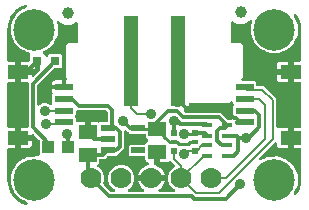
<source format=gbr>
G04 EAGLE Gerber RS-274X export*
G75*
%MOMM*%
%FSLAX34Y34*%
%LPD*%
%INTop Copper*%
%IPPOS*%
%AMOC8*
5,1,8,0,0,1.08239X$1,22.5*%
G01*
%ADD10R,1.500000X1.240000*%
%ADD11R,1.200000X0.550000*%
%ADD12R,0.900000X0.450000*%
%ADD13R,0.500000X0.500000*%
%ADD14R,0.500000X0.400000*%
%ADD15C,3.516000*%
%ADD16R,1.550000X0.600000*%
%ADD17R,1.800000X1.200000*%
%ADD18C,1.000000*%
%ADD19R,0.800000X0.800000*%
%ADD20R,1.075000X1.000000*%
%ADD21R,1.300000X7.600000*%
%ADD22C,1.778000*%
%ADD23C,0.304800*%
%ADD24C,0.889000*%
%ADD25C,0.203200*%
%ADD26C,0.254000*%

G36*
X116848Y-64814D02*
X116848Y-64814D01*
X116967Y-64807D01*
X117005Y-64794D01*
X117045Y-64789D01*
X117156Y-64745D01*
X117269Y-64709D01*
X117304Y-64687D01*
X117341Y-64672D01*
X117437Y-64602D01*
X117538Y-64539D01*
X117566Y-64509D01*
X117598Y-64485D01*
X117674Y-64394D01*
X117756Y-64307D01*
X117775Y-64272D01*
X117801Y-64240D01*
X117852Y-64133D01*
X117909Y-64029D01*
X117920Y-63989D01*
X117937Y-63953D01*
X117959Y-63836D01*
X117989Y-63721D01*
X117993Y-63660D01*
X117997Y-63640D01*
X117995Y-63620D01*
X117999Y-63560D01*
X117999Y-56289D01*
X123190Y-56289D01*
X123308Y-56274D01*
X123427Y-56267D01*
X123465Y-56254D01*
X123506Y-56249D01*
X123616Y-56206D01*
X123729Y-56169D01*
X123764Y-56147D01*
X123801Y-56132D01*
X123897Y-56063D01*
X123998Y-55999D01*
X124026Y-55969D01*
X124059Y-55946D01*
X124135Y-55854D01*
X124216Y-55767D01*
X124236Y-55732D01*
X124261Y-55701D01*
X124312Y-55593D01*
X124370Y-55489D01*
X124380Y-55449D01*
X124397Y-55413D01*
X124419Y-55296D01*
X124449Y-55181D01*
X124453Y-55121D01*
X124457Y-55101D01*
X124455Y-55080D01*
X124459Y-55020D01*
X124459Y-18640D01*
X124444Y-18522D01*
X124437Y-18403D01*
X124424Y-18365D01*
X124419Y-18324D01*
X124376Y-18214D01*
X124339Y-18101D01*
X124317Y-18066D01*
X124302Y-18029D01*
X124233Y-17933D01*
X124169Y-17832D01*
X124139Y-17804D01*
X124116Y-17771D01*
X124024Y-17695D01*
X123937Y-17614D01*
X123902Y-17594D01*
X123871Y-17569D01*
X123763Y-17518D01*
X123659Y-17460D01*
X123619Y-17450D01*
X123583Y-17433D01*
X123466Y-17411D01*
X123351Y-17381D01*
X123291Y-17377D01*
X123271Y-17373D01*
X123250Y-17375D01*
X123190Y-17371D01*
X117999Y-17371D01*
X117999Y-10100D01*
X117984Y-9982D01*
X117977Y-9863D01*
X117964Y-9825D01*
X117959Y-9785D01*
X117915Y-9674D01*
X117879Y-9561D01*
X117857Y-9526D01*
X117842Y-9489D01*
X117772Y-9393D01*
X117709Y-9292D01*
X117679Y-9264D01*
X117655Y-9232D01*
X117564Y-9156D01*
X117477Y-9074D01*
X117442Y-9055D01*
X117410Y-9029D01*
X117303Y-8978D01*
X117199Y-8921D01*
X117159Y-8910D01*
X117123Y-8893D01*
X117006Y-8871D01*
X116891Y-8841D01*
X116830Y-8837D01*
X116810Y-8833D01*
X116790Y-8835D01*
X116730Y-8831D01*
X115459Y-8831D01*
X115459Y-8829D01*
X116730Y-8829D01*
X116848Y-8814D01*
X116967Y-8807D01*
X117005Y-8794D01*
X117045Y-8789D01*
X117156Y-8745D01*
X117269Y-8709D01*
X117304Y-8687D01*
X117341Y-8672D01*
X117437Y-8602D01*
X117538Y-8539D01*
X117566Y-8509D01*
X117598Y-8485D01*
X117674Y-8394D01*
X117756Y-8307D01*
X117775Y-8272D01*
X117801Y-8240D01*
X117852Y-8133D01*
X117909Y-8029D01*
X117920Y-7989D01*
X117937Y-7953D01*
X117959Y-7836D01*
X117989Y-7721D01*
X117993Y-7660D01*
X117997Y-7640D01*
X117995Y-7620D01*
X117999Y-7560D01*
X117999Y-289D01*
X123190Y-289D01*
X123308Y-274D01*
X123427Y-267D01*
X123465Y-255D01*
X123506Y-249D01*
X123616Y-206D01*
X123729Y-169D01*
X123764Y-147D01*
X123801Y-132D01*
X123897Y-63D01*
X123998Y1D01*
X124026Y31D01*
X124059Y54D01*
X124134Y146D01*
X124216Y233D01*
X124236Y268D01*
X124261Y299D01*
X124312Y407D01*
X124370Y511D01*
X124380Y550D01*
X124397Y587D01*
X124419Y704D01*
X124449Y819D01*
X124453Y879D01*
X124457Y899D01*
X124455Y920D01*
X124459Y980D01*
X124459Y26670D01*
X124457Y26692D01*
X124455Y26770D01*
X124190Y30147D01*
X124176Y30215D01*
X124171Y30284D01*
X124131Y30440D01*
X122044Y36864D01*
X121993Y36971D01*
X121950Y37082D01*
X121917Y37133D01*
X121909Y37152D01*
X121896Y37167D01*
X121864Y37218D01*
X120171Y39548D01*
X120153Y39567D01*
X120139Y39590D01*
X120044Y39683D01*
X119953Y39779D01*
X119931Y39794D01*
X119912Y39812D01*
X119797Y39879D01*
X119685Y39950D01*
X119659Y39958D01*
X119636Y39971D01*
X119508Y40007D01*
X119382Y40048D01*
X119356Y40050D01*
X119330Y40057D01*
X119197Y40060D01*
X119065Y40068D01*
X119039Y40063D01*
X119012Y40064D01*
X118883Y40034D01*
X118753Y40009D01*
X118728Y39997D01*
X118703Y39991D01*
X118585Y39930D01*
X118465Y39874D01*
X118444Y39857D01*
X118421Y39844D01*
X118322Y39755D01*
X118220Y39671D01*
X118204Y39650D01*
X118184Y39632D01*
X118110Y39521D01*
X118032Y39414D01*
X118023Y39389D01*
X118008Y39367D01*
X117964Y39242D01*
X117915Y39118D01*
X117912Y39092D01*
X117903Y39067D01*
X117892Y38935D01*
X117875Y38803D01*
X117878Y38776D01*
X117876Y38750D01*
X117898Y38619D01*
X117914Y38487D01*
X117924Y38462D01*
X117929Y38436D01*
X117985Y38285D01*
X118100Y38026D01*
X118179Y37896D01*
X118450Y37241D01*
X118455Y37233D01*
X118463Y37211D01*
X121292Y30856D01*
X121292Y22484D01*
X118463Y16129D01*
X118460Y16119D01*
X118450Y16099D01*
X118194Y15481D01*
X118175Y15457D01*
X118170Y15449D01*
X118168Y15445D01*
X118163Y15434D01*
X118100Y15314D01*
X117887Y14836D01*
X114053Y11384D01*
X114041Y11370D01*
X114005Y11338D01*
X112710Y10043D01*
X112641Y10015D01*
X112524Y9948D01*
X112404Y9885D01*
X112377Y9864D01*
X112365Y9857D01*
X112349Y9842D01*
X112278Y9785D01*
X111666Y9235D01*
X107502Y7882D01*
X107483Y7873D01*
X107409Y7847D01*
X105501Y7057D01*
X105165Y7057D01*
X105047Y7042D01*
X104929Y7035D01*
X104870Y7020D01*
X104850Y7017D01*
X104831Y7010D01*
X104773Y6995D01*
X103704Y6648D01*
X99876Y7050D01*
X99858Y7050D01*
X99743Y7057D01*
X97699Y7057D01*
X97151Y7284D01*
X97052Y7311D01*
X96957Y7347D01*
X96865Y7362D01*
X96844Y7368D01*
X96831Y7368D01*
X96798Y7374D01*
X95379Y7523D01*
X92415Y9234D01*
X92413Y9235D01*
X92410Y9237D01*
X92266Y9308D01*
X90490Y10043D01*
X89893Y10640D01*
X89826Y10692D01*
X89765Y10753D01*
X89651Y10828D01*
X89642Y10835D01*
X89638Y10837D01*
X89631Y10842D01*
X88129Y11709D01*
X86339Y14173D01*
X86326Y14187D01*
X86316Y14203D01*
X86209Y14324D01*
X84973Y15560D01*
X84557Y16566D01*
X84522Y16626D01*
X84497Y16690D01*
X84411Y16826D01*
X83208Y18481D01*
X82647Y21119D01*
X82636Y21153D01*
X82631Y21189D01*
X82579Y21341D01*
X81987Y22769D01*
X81987Y24092D01*
X81981Y24144D01*
X81983Y24196D01*
X81960Y24356D01*
X81468Y26670D01*
X81960Y28984D01*
X81964Y29037D01*
X81977Y29087D01*
X81987Y29248D01*
X81987Y30571D01*
X82579Y31999D01*
X82588Y32033D01*
X82604Y32065D01*
X82647Y32221D01*
X82964Y33710D01*
X82974Y33828D01*
X82991Y33947D01*
X82987Y33986D01*
X82991Y34026D01*
X82971Y34144D01*
X82958Y34263D01*
X82944Y34300D01*
X82938Y34340D01*
X82889Y34449D01*
X82847Y34561D01*
X82825Y34594D01*
X82808Y34631D01*
X82734Y34724D01*
X82666Y34822D01*
X82636Y34848D01*
X82611Y34880D01*
X82516Y34952D01*
X82425Y35030D01*
X82390Y35048D01*
X82358Y35072D01*
X82248Y35119D01*
X82141Y35172D01*
X82101Y35180D01*
X82065Y35196D01*
X81947Y35213D01*
X81830Y35238D01*
X81790Y35236D01*
X81750Y35242D01*
X81631Y35230D01*
X81512Y35225D01*
X81474Y35214D01*
X81434Y35209D01*
X81322Y35168D01*
X81207Y35133D01*
X81173Y35113D01*
X81135Y35099D01*
X81037Y35031D01*
X80935Y34969D01*
X80907Y34940D01*
X80874Y34918D01*
X80796Y34827D01*
X80712Y34742D01*
X80679Y34692D01*
X80666Y34677D01*
X80657Y34659D01*
X80623Y34608D01*
X80282Y34018D01*
X75681Y31361D01*
X70369Y31361D01*
X66675Y33494D01*
X66552Y33545D01*
X66433Y33602D01*
X66406Y33607D01*
X66381Y33617D01*
X66250Y33637D01*
X66120Y33662D01*
X66094Y33660D01*
X66067Y33664D01*
X65935Y33650D01*
X65803Y33642D01*
X65777Y33633D01*
X65751Y33631D01*
X65626Y33584D01*
X65501Y33544D01*
X65478Y33529D01*
X65452Y33520D01*
X65344Y33444D01*
X65232Y33374D01*
X65213Y33354D01*
X65191Y33339D01*
X65105Y33238D01*
X65014Y33142D01*
X65001Y33118D01*
X64983Y33098D01*
X64924Y32979D01*
X64860Y32863D01*
X64854Y32837D01*
X64842Y32813D01*
X64814Y32683D01*
X64781Y32556D01*
X64779Y32517D01*
X64775Y32502D01*
X64776Y32480D01*
X64771Y32395D01*
X64771Y16510D01*
X64786Y16392D01*
X64793Y16273D01*
X64806Y16235D01*
X64811Y16194D01*
X64854Y16084D01*
X64891Y15971D01*
X64913Y15936D01*
X64928Y15899D01*
X64997Y15803D01*
X65061Y15702D01*
X65091Y15674D01*
X65114Y15641D01*
X65206Y15565D01*
X65293Y15484D01*
X65328Y15464D01*
X65359Y15439D01*
X65467Y15388D01*
X65571Y15330D01*
X65611Y15320D01*
X65647Y15303D01*
X65764Y15281D01*
X65879Y15251D01*
X65939Y15247D01*
X65959Y15243D01*
X65980Y15245D01*
X66040Y15241D01*
X73442Y15241D01*
X74931Y13752D01*
X74931Y-13752D01*
X74053Y-14631D01*
X73968Y-14740D01*
X73879Y-14847D01*
X73870Y-14866D01*
X73858Y-14882D01*
X73802Y-15009D01*
X73743Y-15135D01*
X73739Y-15155D01*
X73731Y-15174D01*
X73709Y-15312D01*
X73683Y-15448D01*
X73685Y-15468D01*
X73681Y-15488D01*
X73695Y-15627D01*
X73703Y-15765D01*
X73709Y-15784D01*
X73711Y-15804D01*
X73758Y-15936D01*
X73801Y-16067D01*
X73812Y-16085D01*
X73819Y-16104D01*
X73897Y-16219D01*
X73971Y-16336D01*
X73986Y-16350D01*
X73997Y-16367D01*
X74102Y-16459D01*
X74203Y-16554D01*
X74221Y-16564D01*
X74236Y-16577D01*
X74360Y-16640D01*
X74481Y-16708D01*
X74501Y-16713D01*
X74519Y-16722D01*
X74655Y-16752D01*
X74789Y-16787D01*
X74817Y-16789D01*
X74829Y-16792D01*
X74850Y-16791D01*
X74950Y-16797D01*
X85052Y-16797D01*
X86243Y-17988D01*
X86243Y-19812D01*
X86258Y-19930D01*
X86265Y-20049D01*
X86278Y-20087D01*
X86283Y-20128D01*
X86326Y-20238D01*
X86363Y-20351D01*
X86385Y-20386D01*
X86400Y-20423D01*
X86469Y-20519D01*
X86533Y-20620D01*
X86563Y-20648D01*
X86586Y-20681D01*
X86678Y-20757D01*
X86765Y-20838D01*
X86800Y-20858D01*
X86831Y-20883D01*
X86939Y-20934D01*
X87043Y-20992D01*
X87083Y-21002D01*
X87119Y-21019D01*
X87236Y-21041D01*
X87351Y-21071D01*
X87411Y-21075D01*
X87431Y-21079D01*
X87452Y-21077D01*
X87512Y-21081D01*
X92703Y-21081D01*
X103379Y-31757D01*
X103379Y-55477D01*
X103395Y-55608D01*
X103406Y-55740D01*
X103415Y-55766D01*
X103419Y-55792D01*
X103467Y-55915D01*
X103511Y-56040D01*
X103526Y-56063D01*
X103536Y-56088D01*
X103613Y-56195D01*
X103687Y-56305D01*
X103707Y-56323D01*
X103722Y-56345D01*
X103825Y-56430D01*
X103923Y-56518D01*
X103947Y-56531D01*
X103967Y-56548D01*
X104087Y-56604D01*
X104204Y-56666D01*
X104231Y-56672D01*
X104255Y-56684D01*
X104385Y-56709D01*
X104514Y-56739D01*
X104541Y-56738D01*
X104567Y-56743D01*
X104699Y-56735D01*
X104832Y-56733D01*
X104858Y-56725D01*
X104885Y-56724D01*
X105011Y-56683D01*
X105138Y-56647D01*
X105173Y-56630D01*
X105187Y-56626D01*
X105206Y-56614D01*
X105283Y-56576D01*
X105479Y-56462D01*
X106126Y-56289D01*
X112921Y-56289D01*
X112921Y-63560D01*
X112936Y-63678D01*
X112943Y-63797D01*
X112956Y-63835D01*
X112961Y-63875D01*
X113004Y-63986D01*
X113041Y-64099D01*
X113063Y-64134D01*
X113078Y-64171D01*
X113148Y-64267D01*
X113211Y-64368D01*
X113241Y-64396D01*
X113265Y-64428D01*
X113356Y-64504D01*
X113443Y-64586D01*
X113478Y-64605D01*
X113509Y-64631D01*
X113617Y-64682D01*
X113721Y-64739D01*
X113761Y-64750D01*
X113797Y-64767D01*
X113914Y-64789D01*
X114029Y-64819D01*
X114090Y-64823D01*
X114110Y-64827D01*
X114130Y-64825D01*
X114190Y-64829D01*
X116730Y-64829D01*
X116848Y-64814D01*
G37*
G36*
X-108558Y-121712D02*
X-108558Y-121712D01*
X-108425Y-121704D01*
X-108400Y-121695D01*
X-108373Y-121693D01*
X-108249Y-121646D01*
X-108123Y-121605D01*
X-108100Y-121591D01*
X-108075Y-121582D01*
X-107966Y-121506D01*
X-107854Y-121435D01*
X-107836Y-121416D01*
X-107814Y-121400D01*
X-107727Y-121300D01*
X-107636Y-121203D01*
X-107624Y-121180D01*
X-107606Y-121160D01*
X-107547Y-121041D01*
X-107483Y-120925D01*
X-107476Y-120899D01*
X-107464Y-120875D01*
X-107437Y-120745D01*
X-107404Y-120617D01*
X-107404Y-120590D01*
X-107398Y-120564D01*
X-107404Y-120431D01*
X-107403Y-120299D01*
X-107410Y-120273D01*
X-107411Y-120246D01*
X-107449Y-120119D01*
X-107482Y-119991D01*
X-107495Y-119967D01*
X-107503Y-119942D01*
X-107571Y-119828D01*
X-107635Y-119712D01*
X-107653Y-119692D01*
X-107667Y-119669D01*
X-107762Y-119576D01*
X-107853Y-119480D01*
X-107875Y-119465D01*
X-107894Y-119447D01*
X-108028Y-119358D01*
X-110785Y-117766D01*
X-110788Y-117765D01*
X-110790Y-117763D01*
X-110934Y-117692D01*
X-112710Y-116957D01*
X-113307Y-116360D01*
X-113374Y-116308D01*
X-113435Y-116247D01*
X-113549Y-116172D01*
X-113558Y-116165D01*
X-113562Y-116163D01*
X-113569Y-116158D01*
X-115071Y-115291D01*
X-116861Y-112827D01*
X-116874Y-112813D01*
X-116884Y-112797D01*
X-116991Y-112676D01*
X-118227Y-111440D01*
X-118643Y-110434D01*
X-118678Y-110374D01*
X-118703Y-110310D01*
X-118789Y-110174D01*
X-119992Y-108519D01*
X-120553Y-105881D01*
X-120564Y-105847D01*
X-120569Y-105811D01*
X-120621Y-105659D01*
X-121213Y-104231D01*
X-121213Y-102908D01*
X-121219Y-102856D01*
X-121217Y-102804D01*
X-121240Y-102644D01*
X-121732Y-100330D01*
X-121240Y-98016D01*
X-121236Y-97963D01*
X-121223Y-97913D01*
X-121213Y-97752D01*
X-121213Y-96429D01*
X-120621Y-95001D01*
X-120612Y-94967D01*
X-120596Y-94935D01*
X-120553Y-94779D01*
X-119992Y-92141D01*
X-118789Y-90486D01*
X-118756Y-90425D01*
X-118714Y-90370D01*
X-118643Y-90226D01*
X-118227Y-89220D01*
X-116991Y-87984D01*
X-116979Y-87969D01*
X-116964Y-87957D01*
X-116861Y-87833D01*
X-115071Y-85369D01*
X-113569Y-84502D01*
X-113501Y-84450D01*
X-113427Y-84406D01*
X-113325Y-84316D01*
X-113316Y-84309D01*
X-113313Y-84306D01*
X-113307Y-84300D01*
X-112710Y-83703D01*
X-110934Y-82968D01*
X-110932Y-82966D01*
X-110929Y-82966D01*
X-110785Y-82894D01*
X-107821Y-81183D01*
X-106402Y-81034D01*
X-106303Y-81010D01*
X-106201Y-80996D01*
X-106113Y-80966D01*
X-106092Y-80961D01*
X-106080Y-80955D01*
X-106049Y-80944D01*
X-105501Y-80717D01*
X-103457Y-80717D01*
X-103440Y-80715D01*
X-103324Y-80710D01*
X-99496Y-80308D01*
X-98849Y-80518D01*
X-98654Y-80555D01*
X-98537Y-80578D01*
X-98362Y-80567D01*
X-98220Y-80558D01*
X-98219Y-80558D01*
X-98069Y-80509D01*
X-97918Y-80460D01*
X-97917Y-80460D01*
X-97917Y-80459D01*
X-97800Y-80385D01*
X-97649Y-80290D01*
X-97649Y-80289D01*
X-97648Y-80289D01*
X-97571Y-80207D01*
X-97431Y-80058D01*
X-97431Y-80057D01*
X-97361Y-79930D01*
X-97277Y-79779D01*
X-97234Y-79613D01*
X-97198Y-79472D01*
X-97198Y-79471D01*
X-97198Y-79470D01*
X-97188Y-79311D01*
X-97188Y-67359D01*
X-97200Y-67261D01*
X-97203Y-67162D01*
X-97220Y-67104D01*
X-97228Y-67044D01*
X-97264Y-66951D01*
X-97292Y-66856D01*
X-97322Y-66804D01*
X-97345Y-66748D01*
X-97403Y-66668D01*
X-97453Y-66582D01*
X-97519Y-66507D01*
X-97531Y-66490D01*
X-97541Y-66483D01*
X-97559Y-66462D01*
X-101753Y-62268D01*
X-101862Y-62183D01*
X-101969Y-62095D01*
X-101988Y-62086D01*
X-102004Y-62074D01*
X-102132Y-62018D01*
X-102257Y-61959D01*
X-102277Y-61955D01*
X-102296Y-61947D01*
X-102434Y-61925D01*
X-102570Y-61899D01*
X-102590Y-61901D01*
X-102610Y-61897D01*
X-102749Y-61910D01*
X-102887Y-61919D01*
X-102906Y-61925D01*
X-102926Y-61927D01*
X-103058Y-61974D01*
X-103189Y-62017D01*
X-103207Y-62028D01*
X-103226Y-62035D01*
X-103341Y-62113D01*
X-103458Y-62187D01*
X-103472Y-62202D01*
X-103489Y-62213D01*
X-103557Y-62291D01*
X-112921Y-62291D01*
X-112921Y-56289D01*
X-107696Y-56289D01*
X-107578Y-56274D01*
X-107459Y-56267D01*
X-107421Y-56254D01*
X-107380Y-56249D01*
X-107270Y-56206D01*
X-107157Y-56169D01*
X-107122Y-56147D01*
X-107085Y-56132D01*
X-106989Y-56063D01*
X-106888Y-55999D01*
X-106860Y-55969D01*
X-106827Y-55946D01*
X-106751Y-55854D01*
X-106670Y-55767D01*
X-106650Y-55732D01*
X-106625Y-55701D01*
X-106574Y-55593D01*
X-106516Y-55489D01*
X-106506Y-55449D01*
X-106489Y-55413D01*
X-106467Y-55296D01*
X-106437Y-55181D01*
X-106433Y-55121D01*
X-106429Y-55101D01*
X-106431Y-55080D01*
X-106427Y-55020D01*
X-106427Y-18640D01*
X-106442Y-18522D01*
X-106449Y-18403D01*
X-106462Y-18365D01*
X-106467Y-18324D01*
X-106510Y-18214D01*
X-106547Y-18101D01*
X-106569Y-18066D01*
X-106584Y-18029D01*
X-106653Y-17933D01*
X-106717Y-17832D01*
X-106747Y-17804D01*
X-106770Y-17771D01*
X-106862Y-17695D01*
X-106949Y-17614D01*
X-106984Y-17594D01*
X-107015Y-17569D01*
X-107123Y-17518D01*
X-107227Y-17460D01*
X-107267Y-17450D01*
X-107303Y-17433D01*
X-107420Y-17411D01*
X-107535Y-17381D01*
X-107595Y-17377D01*
X-107615Y-17373D01*
X-107636Y-17375D01*
X-107696Y-17371D01*
X-112921Y-17371D01*
X-112921Y-11369D01*
X-103919Y-11369D01*
X-103919Y-11885D01*
X-103902Y-12023D01*
X-103889Y-12161D01*
X-103882Y-12181D01*
X-103879Y-12201D01*
X-103828Y-12330D01*
X-103781Y-12461D01*
X-103770Y-12478D01*
X-103762Y-12496D01*
X-103681Y-12609D01*
X-103603Y-12724D01*
X-103587Y-12737D01*
X-103576Y-12754D01*
X-103468Y-12842D01*
X-103364Y-12934D01*
X-103346Y-12944D01*
X-103331Y-12956D01*
X-103205Y-13016D01*
X-103081Y-13079D01*
X-103061Y-13083D01*
X-103043Y-13092D01*
X-102907Y-13118D01*
X-102771Y-13149D01*
X-102750Y-13148D01*
X-102731Y-13152D01*
X-102592Y-13143D01*
X-102453Y-13139D01*
X-102433Y-13133D01*
X-102413Y-13132D01*
X-102281Y-13089D01*
X-102147Y-13051D01*
X-102130Y-13040D01*
X-102111Y-13034D01*
X-101993Y-12959D01*
X-101873Y-12889D01*
X-101852Y-12870D01*
X-101842Y-12864D01*
X-101828Y-12849D01*
X-101753Y-12783D01*
X-97312Y-8342D01*
X-97252Y-8264D01*
X-97184Y-8192D01*
X-97155Y-8139D01*
X-97118Y-8091D01*
X-97078Y-8000D01*
X-97030Y-7914D01*
X-97015Y-7855D01*
X-96991Y-7799D01*
X-96976Y-7701D01*
X-96951Y-7606D01*
X-96945Y-7506D01*
X-96941Y-7485D01*
X-96942Y-7473D01*
X-96941Y-7445D01*
X-96941Y-730D01*
X-96956Y-612D01*
X-96963Y-493D01*
X-96975Y-455D01*
X-96981Y-415D01*
X-97024Y-304D01*
X-97061Y-191D01*
X-97083Y-157D01*
X-97098Y-119D01*
X-97167Y-23D01*
X-97231Y78D01*
X-97261Y106D01*
X-97284Y138D01*
X-97376Y214D01*
X-97463Y296D01*
X-97498Y315D01*
X-97529Y341D01*
X-97637Y392D01*
X-97741Y449D01*
X-97781Y460D01*
X-97817Y477D01*
X-97934Y499D01*
X-98049Y529D01*
X-98109Y533D01*
X-98129Y537D01*
X-98150Y535D01*
X-98210Y539D01*
X-99670Y539D01*
X-99788Y524D01*
X-99907Y517D01*
X-99945Y504D01*
X-99986Y499D01*
X-100096Y455D01*
X-100209Y419D01*
X-100244Y397D01*
X-100281Y382D01*
X-100377Y312D01*
X-100478Y249D01*
X-100506Y219D01*
X-100539Y195D01*
X-100615Y104D01*
X-100696Y17D01*
X-100716Y-18D01*
X-100741Y-50D01*
X-100792Y-157D01*
X-100850Y-262D01*
X-100860Y-301D01*
X-100877Y-337D01*
X-100899Y-454D01*
X-100929Y-570D01*
X-100933Y-630D01*
X-100937Y-650D01*
X-100935Y-670D01*
X-100939Y-730D01*
X-100939Y-6541D01*
X-103274Y-6541D01*
X-104046Y-6334D01*
X-104131Y-6322D01*
X-104214Y-6301D01*
X-104350Y-6292D01*
X-104361Y-6291D01*
X-104365Y-6291D01*
X-104374Y-6291D01*
X-112921Y-6291D01*
X-112921Y-289D01*
X-106750Y-289D01*
X-106632Y-274D01*
X-106513Y-267D01*
X-106475Y-255D01*
X-106434Y-249D01*
X-106324Y-206D01*
X-106210Y-169D01*
X-106176Y-147D01*
X-106139Y-132D01*
X-106043Y-63D01*
X-105942Y1D01*
X-105914Y31D01*
X-105881Y54D01*
X-105806Y146D01*
X-105724Y233D01*
X-105704Y268D01*
X-105679Y299D01*
X-105628Y407D01*
X-105570Y511D01*
X-105560Y551D01*
X-105543Y587D01*
X-105521Y704D01*
X-105491Y819D01*
X-105487Y879D01*
X-105483Y899D01*
X-105485Y920D01*
X-105481Y980D01*
X-105481Y4334D01*
X-105308Y4981D01*
X-105101Y5338D01*
X-105084Y5378D01*
X-105061Y5414D01*
X-105023Y5524D01*
X-104978Y5631D01*
X-104972Y5674D01*
X-104958Y5715D01*
X-104948Y5831D01*
X-104931Y5946D01*
X-104936Y5989D01*
X-104932Y6032D01*
X-104952Y6147D01*
X-104964Y6262D01*
X-104979Y6303D01*
X-104987Y6345D01*
X-105035Y6451D01*
X-105075Y6560D01*
X-105100Y6596D01*
X-105117Y6635D01*
X-105190Y6726D01*
X-105256Y6822D01*
X-105289Y6850D01*
X-105316Y6883D01*
X-105409Y6953D01*
X-105497Y7030D01*
X-105536Y7049D01*
X-105570Y7075D01*
X-105714Y7146D01*
X-106049Y7284D01*
X-106148Y7311D01*
X-106243Y7347D01*
X-106335Y7362D01*
X-106356Y7368D01*
X-106369Y7368D01*
X-106402Y7374D01*
X-107821Y7523D01*
X-110785Y9234D01*
X-110787Y9235D01*
X-110790Y9237D01*
X-110934Y9308D01*
X-112710Y10043D01*
X-113307Y10640D01*
X-113374Y10692D01*
X-113435Y10753D01*
X-113549Y10828D01*
X-113558Y10835D01*
X-113562Y10837D01*
X-113569Y10842D01*
X-115071Y11709D01*
X-116861Y14173D01*
X-116874Y14187D01*
X-116884Y14203D01*
X-116991Y14324D01*
X-118227Y15560D01*
X-118643Y16566D01*
X-118678Y16626D01*
X-118703Y16690D01*
X-118789Y16826D01*
X-119992Y18481D01*
X-120553Y21119D01*
X-120564Y21153D01*
X-120569Y21189D01*
X-120621Y21341D01*
X-121213Y22769D01*
X-121213Y24092D01*
X-121219Y24144D01*
X-121217Y24196D01*
X-121240Y24356D01*
X-121732Y26670D01*
X-121240Y28984D01*
X-121236Y29037D01*
X-121223Y29087D01*
X-121213Y29248D01*
X-121213Y30571D01*
X-120621Y31999D01*
X-120612Y32033D01*
X-120596Y32065D01*
X-120553Y32221D01*
X-119992Y34859D01*
X-118789Y36514D01*
X-118756Y36575D01*
X-118714Y36630D01*
X-118643Y36774D01*
X-118227Y37780D01*
X-116991Y39016D01*
X-116979Y39031D01*
X-116964Y39043D01*
X-116861Y39167D01*
X-115071Y41631D01*
X-113569Y42498D01*
X-113501Y42550D01*
X-113427Y42594D01*
X-113325Y42684D01*
X-113316Y42691D01*
X-113313Y42694D01*
X-113307Y42700D01*
X-112710Y43297D01*
X-110934Y44032D01*
X-110932Y44034D01*
X-110929Y44034D01*
X-110785Y44106D01*
X-108028Y45698D01*
X-108007Y45714D01*
X-107983Y45725D01*
X-107881Y45810D01*
X-107775Y45890D01*
X-107758Y45911D01*
X-107738Y45928D01*
X-107660Y46035D01*
X-107577Y46139D01*
X-107566Y46163D01*
X-107551Y46185D01*
X-107502Y46308D01*
X-107448Y46430D01*
X-107443Y46456D01*
X-107434Y46481D01*
X-107417Y46612D01*
X-107395Y46743D01*
X-107397Y46770D01*
X-107394Y46796D01*
X-107410Y46927D01*
X-107421Y47060D01*
X-107430Y47085D01*
X-107433Y47112D01*
X-107482Y47235D01*
X-107526Y47360D01*
X-107540Y47383D01*
X-107550Y47407D01*
X-107628Y47515D01*
X-107701Y47625D01*
X-107721Y47643D01*
X-107737Y47665D01*
X-107839Y47750D01*
X-107938Y47838D01*
X-107961Y47851D01*
X-107982Y47868D01*
X-108102Y47924D01*
X-108219Y47986D01*
X-108245Y47992D01*
X-108269Y48003D01*
X-108400Y48029D01*
X-108529Y48059D01*
X-108555Y48058D01*
X-108582Y48063D01*
X-108714Y48055D01*
X-108847Y48053D01*
X-108872Y48045D01*
X-108899Y48044D01*
X-109055Y48004D01*
X-111794Y47114D01*
X-111901Y47064D01*
X-112012Y47020D01*
X-112063Y46987D01*
X-112082Y46979D01*
X-112097Y46966D01*
X-112148Y46934D01*
X-117612Y42963D01*
X-117699Y42882D01*
X-117791Y42806D01*
X-117829Y42760D01*
X-117844Y42746D01*
X-117855Y42728D01*
X-117893Y42682D01*
X-121864Y37218D01*
X-121921Y37114D01*
X-121985Y37014D01*
X-122007Y36957D01*
X-122017Y36939D01*
X-122022Y36919D01*
X-122044Y36864D01*
X-124131Y30440D01*
X-124144Y30372D01*
X-124167Y30306D01*
X-124190Y30147D01*
X-124455Y26770D01*
X-124454Y26748D01*
X-124459Y26670D01*
X-124459Y980D01*
X-124444Y862D01*
X-124437Y743D01*
X-124424Y705D01*
X-124419Y664D01*
X-124376Y554D01*
X-124339Y441D01*
X-124317Y406D01*
X-124302Y369D01*
X-124232Y272D01*
X-124169Y172D01*
X-124139Y144D01*
X-124116Y111D01*
X-124024Y35D01*
X-123937Y-46D01*
X-123902Y-66D01*
X-123871Y-91D01*
X-123763Y-142D01*
X-123659Y-200D01*
X-123619Y-210D01*
X-123583Y-227D01*
X-123466Y-249D01*
X-123351Y-279D01*
X-123291Y-283D01*
X-123271Y-287D01*
X-123250Y-285D01*
X-123190Y-289D01*
X-117999Y-289D01*
X-117999Y-7560D01*
X-117984Y-7678D01*
X-117977Y-7797D01*
X-117964Y-7835D01*
X-117959Y-7875D01*
X-117915Y-7986D01*
X-117879Y-8099D01*
X-117857Y-8134D01*
X-117842Y-8171D01*
X-117772Y-8267D01*
X-117709Y-8368D01*
X-117679Y-8396D01*
X-117655Y-8428D01*
X-117564Y-8504D01*
X-117477Y-8586D01*
X-117442Y-8605D01*
X-117410Y-8631D01*
X-117303Y-8682D01*
X-117199Y-8739D01*
X-117159Y-8750D01*
X-117123Y-8767D01*
X-117006Y-8789D01*
X-116891Y-8819D01*
X-116830Y-8823D01*
X-116810Y-8827D01*
X-116790Y-8825D01*
X-116730Y-8829D01*
X-115459Y-8829D01*
X-115459Y-8831D01*
X-116730Y-8831D01*
X-116848Y-8846D01*
X-116967Y-8853D01*
X-117005Y-8866D01*
X-117045Y-8871D01*
X-117156Y-8915D01*
X-117269Y-8951D01*
X-117304Y-8973D01*
X-117341Y-8988D01*
X-117437Y-9058D01*
X-117538Y-9121D01*
X-117566Y-9151D01*
X-117598Y-9175D01*
X-117674Y-9266D01*
X-117756Y-9353D01*
X-117775Y-9388D01*
X-117801Y-9420D01*
X-117852Y-9527D01*
X-117909Y-9631D01*
X-117920Y-9671D01*
X-117937Y-9707D01*
X-117959Y-9824D01*
X-117989Y-9939D01*
X-117993Y-10000D01*
X-117997Y-10020D01*
X-117995Y-10040D01*
X-117999Y-10100D01*
X-117999Y-17371D01*
X-123190Y-17371D01*
X-123308Y-17386D01*
X-123427Y-17393D01*
X-123465Y-17405D01*
X-123506Y-17411D01*
X-123616Y-17454D01*
X-123729Y-17491D01*
X-123764Y-17513D01*
X-123801Y-17528D01*
X-123897Y-17597D01*
X-123998Y-17661D01*
X-124026Y-17691D01*
X-124059Y-17714D01*
X-124135Y-17806D01*
X-124216Y-17893D01*
X-124236Y-17928D01*
X-124261Y-17959D01*
X-124312Y-18067D01*
X-124370Y-18171D01*
X-124380Y-18211D01*
X-124397Y-18247D01*
X-124419Y-18364D01*
X-124449Y-18479D01*
X-124453Y-18539D01*
X-124457Y-18559D01*
X-124455Y-18580D01*
X-124459Y-18640D01*
X-124459Y-55020D01*
X-124444Y-55138D01*
X-124437Y-55257D01*
X-124424Y-55295D01*
X-124419Y-55336D01*
X-124376Y-55446D01*
X-124339Y-55559D01*
X-124317Y-55594D01*
X-124302Y-55631D01*
X-124233Y-55727D01*
X-124169Y-55828D01*
X-124139Y-55856D01*
X-124116Y-55889D01*
X-124024Y-55965D01*
X-123937Y-56046D01*
X-123902Y-56066D01*
X-123871Y-56091D01*
X-123763Y-56142D01*
X-123659Y-56200D01*
X-123619Y-56210D01*
X-123583Y-56227D01*
X-123466Y-56249D01*
X-123351Y-56279D01*
X-123291Y-56283D01*
X-123271Y-56287D01*
X-123250Y-56285D01*
X-123190Y-56289D01*
X-117999Y-56289D01*
X-117999Y-63560D01*
X-117984Y-63678D01*
X-117977Y-63797D01*
X-117964Y-63835D01*
X-117959Y-63875D01*
X-117915Y-63986D01*
X-117879Y-64099D01*
X-117857Y-64134D01*
X-117842Y-64171D01*
X-117772Y-64267D01*
X-117709Y-64368D01*
X-117679Y-64396D01*
X-117655Y-64428D01*
X-117564Y-64504D01*
X-117477Y-64586D01*
X-117442Y-64605D01*
X-117410Y-64631D01*
X-117303Y-64682D01*
X-117199Y-64739D01*
X-117159Y-64750D01*
X-117123Y-64767D01*
X-117006Y-64789D01*
X-116891Y-64819D01*
X-116830Y-64823D01*
X-116810Y-64827D01*
X-116790Y-64825D01*
X-116730Y-64829D01*
X-115459Y-64829D01*
X-115459Y-64831D01*
X-116730Y-64831D01*
X-116848Y-64846D01*
X-116967Y-64853D01*
X-117005Y-64866D01*
X-117045Y-64871D01*
X-117156Y-64915D01*
X-117269Y-64951D01*
X-117304Y-64973D01*
X-117341Y-64988D01*
X-117437Y-65058D01*
X-117538Y-65121D01*
X-117566Y-65151D01*
X-117598Y-65175D01*
X-117674Y-65266D01*
X-117756Y-65353D01*
X-117775Y-65388D01*
X-117801Y-65420D01*
X-117852Y-65527D01*
X-117909Y-65631D01*
X-117920Y-65671D01*
X-117937Y-65707D01*
X-117959Y-65824D01*
X-117989Y-65939D01*
X-117993Y-66000D01*
X-117997Y-66020D01*
X-117995Y-66040D01*
X-117999Y-66100D01*
X-117999Y-73371D01*
X-123190Y-73371D01*
X-123308Y-73386D01*
X-123427Y-73393D01*
X-123465Y-73405D01*
X-123506Y-73411D01*
X-123616Y-73454D01*
X-123729Y-73491D01*
X-123764Y-73513D01*
X-123801Y-73528D01*
X-123897Y-73597D01*
X-123998Y-73661D01*
X-124026Y-73691D01*
X-124059Y-73714D01*
X-124135Y-73806D01*
X-124216Y-73893D01*
X-124236Y-73928D01*
X-124261Y-73959D01*
X-124312Y-74067D01*
X-124370Y-74171D01*
X-124380Y-74211D01*
X-124397Y-74247D01*
X-124419Y-74364D01*
X-124449Y-74479D01*
X-124453Y-74539D01*
X-124457Y-74559D01*
X-124455Y-74580D01*
X-124459Y-74640D01*
X-124459Y-100330D01*
X-124457Y-100352D01*
X-124455Y-100430D01*
X-124190Y-103807D01*
X-124176Y-103875D01*
X-124171Y-103944D01*
X-124131Y-104100D01*
X-122044Y-110524D01*
X-121994Y-110631D01*
X-121950Y-110742D01*
X-121917Y-110793D01*
X-121909Y-110812D01*
X-121896Y-110827D01*
X-121864Y-110878D01*
X-117893Y-116342D01*
X-117812Y-116429D01*
X-117736Y-116521D01*
X-117690Y-116559D01*
X-117676Y-116574D01*
X-117658Y-116585D01*
X-117612Y-116623D01*
X-112148Y-120594D01*
X-112044Y-120651D01*
X-111944Y-120715D01*
X-111887Y-120737D01*
X-111869Y-120747D01*
X-111849Y-120752D01*
X-111794Y-120774D01*
X-109055Y-121664D01*
X-109029Y-121669D01*
X-109004Y-121679D01*
X-108873Y-121699D01*
X-108743Y-121723D01*
X-108716Y-121722D01*
X-108690Y-121726D01*
X-108558Y-121712D01*
G37*
G36*
X-34588Y-110735D02*
X-34588Y-110735D01*
X-34518Y-110736D01*
X-34431Y-110715D01*
X-34342Y-110703D01*
X-34277Y-110678D01*
X-34209Y-110661D01*
X-34130Y-110619D01*
X-34046Y-110586D01*
X-33990Y-110545D01*
X-33928Y-110513D01*
X-33862Y-110452D01*
X-33789Y-110400D01*
X-33744Y-110346D01*
X-33693Y-110299D01*
X-33643Y-110224D01*
X-33586Y-110155D01*
X-33556Y-110091D01*
X-33518Y-110033D01*
X-33489Y-109948D01*
X-33451Y-109867D01*
X-33437Y-109798D01*
X-33415Y-109732D01*
X-33408Y-109643D01*
X-33391Y-109555D01*
X-33395Y-109485D01*
X-33390Y-109415D01*
X-33405Y-109327D01*
X-33411Y-109237D01*
X-33432Y-109171D01*
X-33444Y-109102D01*
X-33481Y-109020D01*
X-33509Y-108935D01*
X-33546Y-108876D01*
X-33575Y-108812D01*
X-33631Y-108742D01*
X-33679Y-108666D01*
X-33730Y-108618D01*
X-33773Y-108563D01*
X-33845Y-108509D01*
X-33910Y-108448D01*
X-33972Y-108414D01*
X-34027Y-108372D01*
X-34121Y-108326D01*
X-37200Y-105247D01*
X-38863Y-101233D01*
X-38863Y-96887D01*
X-37200Y-92873D01*
X-34127Y-89800D01*
X-30113Y-88137D01*
X-25767Y-88137D01*
X-21753Y-89800D01*
X-18680Y-92873D01*
X-17017Y-96887D01*
X-17017Y-101233D01*
X-18680Y-105247D01*
X-21769Y-108336D01*
X-21834Y-108362D01*
X-21906Y-108414D01*
X-21984Y-108459D01*
X-22035Y-108507D01*
X-22091Y-108548D01*
X-22148Y-108618D01*
X-22213Y-108680D01*
X-22249Y-108740D01*
X-22294Y-108793D01*
X-22332Y-108875D01*
X-22379Y-108951D01*
X-22400Y-109018D01*
X-22429Y-109081D01*
X-22446Y-109169D01*
X-22473Y-109255D01*
X-22476Y-109325D01*
X-22489Y-109394D01*
X-22484Y-109483D01*
X-22488Y-109573D01*
X-22474Y-109641D01*
X-22469Y-109711D01*
X-22442Y-109796D01*
X-22424Y-109884D01*
X-22393Y-109947D01*
X-22371Y-110013D01*
X-22323Y-110089D01*
X-22284Y-110170D01*
X-22239Y-110223D01*
X-22201Y-110282D01*
X-22136Y-110344D01*
X-22078Y-110412D01*
X-22021Y-110452D01*
X-21970Y-110500D01*
X-21891Y-110543D01*
X-21818Y-110595D01*
X-21752Y-110620D01*
X-21691Y-110654D01*
X-21604Y-110676D01*
X-21520Y-110708D01*
X-21451Y-110716D01*
X-21383Y-110733D01*
X-21223Y-110743D01*
X-9813Y-110743D01*
X-9734Y-110733D01*
X-9654Y-110733D01*
X-9577Y-110713D01*
X-9497Y-110703D01*
X-9423Y-110674D01*
X-9346Y-110654D01*
X-9276Y-110616D01*
X-9202Y-110586D01*
X-9137Y-110540D01*
X-9067Y-110501D01*
X-9009Y-110447D01*
X-8944Y-110400D01*
X-8893Y-110338D01*
X-8835Y-110284D01*
X-8792Y-110216D01*
X-8741Y-110155D01*
X-8708Y-110083D01*
X-8665Y-110015D01*
X-8640Y-109939D01*
X-8606Y-109867D01*
X-8591Y-109789D01*
X-8566Y-109713D01*
X-8561Y-109633D01*
X-8546Y-109555D01*
X-8551Y-109475D01*
X-8546Y-109396D01*
X-8561Y-109317D01*
X-8566Y-109237D01*
X-8590Y-109161D01*
X-8605Y-109083D01*
X-8639Y-109011D01*
X-8664Y-108935D01*
X-8707Y-108867D01*
X-8740Y-108795D01*
X-8791Y-108733D01*
X-8834Y-108666D01*
X-8892Y-108611D01*
X-8943Y-108550D01*
X-9065Y-108449D01*
X-9066Y-108448D01*
X-9067Y-108447D01*
X-9987Y-107779D01*
X-11259Y-106507D01*
X-12317Y-105051D01*
X-13133Y-103448D01*
X-13689Y-101737D01*
X-13717Y-101559D01*
X-3770Y-101559D01*
X-3652Y-101544D01*
X-3533Y-101537D01*
X-3495Y-101524D01*
X-3455Y-101519D01*
X-3344Y-101476D01*
X-3231Y-101439D01*
X-3197Y-101417D01*
X-3159Y-101402D01*
X-3063Y-101333D01*
X-2962Y-101269D01*
X-2934Y-101239D01*
X-2902Y-101216D01*
X-2826Y-101124D01*
X-2744Y-101037D01*
X-2725Y-101002D01*
X-2699Y-100971D01*
X-2648Y-100863D01*
X-2591Y-100759D01*
X-2581Y-100719D01*
X-2563Y-100683D01*
X-2543Y-100576D01*
X-2539Y-100606D01*
X-2495Y-100716D01*
X-2459Y-100829D01*
X-2437Y-100864D01*
X-2422Y-100901D01*
X-2352Y-100997D01*
X-2289Y-101098D01*
X-2259Y-101126D01*
X-2235Y-101159D01*
X-2144Y-101235D01*
X-2057Y-101316D01*
X-2022Y-101336D01*
X-1990Y-101361D01*
X-1883Y-101412D01*
X-1778Y-101470D01*
X-1739Y-101480D01*
X-1703Y-101497D01*
X-1586Y-101519D01*
X-1470Y-101549D01*
X-1410Y-101553D01*
X-1390Y-101557D01*
X-1370Y-101555D01*
X-1310Y-101559D01*
X8637Y-101559D01*
X8609Y-101737D01*
X8053Y-103448D01*
X7237Y-105051D01*
X6179Y-106507D01*
X4907Y-107779D01*
X3987Y-108447D01*
X3929Y-108502D01*
X3864Y-108548D01*
X3813Y-108610D01*
X3755Y-108665D01*
X3712Y-108732D01*
X3661Y-108793D01*
X3627Y-108866D01*
X3584Y-108933D01*
X3560Y-109009D01*
X3526Y-109081D01*
X3511Y-109160D01*
X3486Y-109236D01*
X3481Y-109315D01*
X3466Y-109394D01*
X3471Y-109473D01*
X3466Y-109553D01*
X3481Y-109631D01*
X3486Y-109711D01*
X3511Y-109787D01*
X3525Y-109866D01*
X3559Y-109938D01*
X3584Y-110013D01*
X3627Y-110081D01*
X3661Y-110153D01*
X3711Y-110215D01*
X3754Y-110282D01*
X3812Y-110337D01*
X3863Y-110399D01*
X3928Y-110445D01*
X3986Y-110500D01*
X4056Y-110539D01*
X4120Y-110586D01*
X4194Y-110615D01*
X4264Y-110654D01*
X4342Y-110674D01*
X4416Y-110703D01*
X4495Y-110713D01*
X4572Y-110733D01*
X4730Y-110743D01*
X4731Y-110743D01*
X4732Y-110743D01*
X4733Y-110743D01*
X16143Y-110743D01*
X16212Y-110735D01*
X16282Y-110736D01*
X16369Y-110715D01*
X16458Y-110703D01*
X16523Y-110678D01*
X16591Y-110661D01*
X16670Y-110619D01*
X16754Y-110586D01*
X16810Y-110545D01*
X16872Y-110513D01*
X16938Y-110452D01*
X17011Y-110400D01*
X17056Y-110346D01*
X17107Y-110299D01*
X17157Y-110224D01*
X17214Y-110155D01*
X17244Y-110091D01*
X17282Y-110033D01*
X17311Y-109948D01*
X17349Y-109867D01*
X17363Y-109798D01*
X17385Y-109732D01*
X17392Y-109643D01*
X17409Y-109555D01*
X17405Y-109485D01*
X17410Y-109415D01*
X17395Y-109327D01*
X17389Y-109237D01*
X17368Y-109171D01*
X17356Y-109102D01*
X17319Y-109020D01*
X17291Y-108935D01*
X17254Y-108876D01*
X17225Y-108812D01*
X17169Y-108742D01*
X17121Y-108666D01*
X17070Y-108618D01*
X17027Y-108563D01*
X16955Y-108509D01*
X16890Y-108448D01*
X16828Y-108414D01*
X16773Y-108372D01*
X16679Y-108326D01*
X13600Y-105247D01*
X11937Y-101233D01*
X11937Y-96887D01*
X13600Y-92873D01*
X16673Y-89800D01*
X16881Y-89714D01*
X16924Y-89690D01*
X16971Y-89673D01*
X17061Y-89611D01*
X17157Y-89557D01*
X17193Y-89522D01*
X17234Y-89494D01*
X17306Y-89412D01*
X17385Y-89335D01*
X17411Y-89293D01*
X17444Y-89256D01*
X17494Y-89158D01*
X17552Y-89064D01*
X17566Y-89017D01*
X17589Y-88972D01*
X17613Y-88865D01*
X17645Y-88760D01*
X17648Y-88711D01*
X17658Y-88662D01*
X17655Y-88552D01*
X17660Y-88443D01*
X17650Y-88394D01*
X17649Y-88344D01*
X17618Y-88239D01*
X17596Y-88131D01*
X17574Y-88087D01*
X17560Y-88039D01*
X17505Y-87944D01*
X17456Y-87845D01*
X17424Y-87808D01*
X17399Y-87765D01*
X17292Y-87644D01*
X15509Y-85860D01*
X14028Y-84380D01*
X13929Y-84302D01*
X13833Y-84220D01*
X13803Y-84205D01*
X13777Y-84185D01*
X13661Y-84135D01*
X13549Y-84079D01*
X13516Y-84072D01*
X13485Y-84058D01*
X13360Y-84038D01*
X13238Y-84012D01*
X13204Y-84014D01*
X13171Y-84008D01*
X13045Y-84020D01*
X12920Y-84025D01*
X12888Y-84035D01*
X12854Y-84038D01*
X12736Y-84081D01*
X12615Y-84117D01*
X12586Y-84134D01*
X12555Y-84146D01*
X12451Y-84217D01*
X12343Y-84282D01*
X12320Y-84306D01*
X12292Y-84324D01*
X12208Y-84419D01*
X12120Y-84509D01*
X12093Y-84549D01*
X12089Y-84555D01*
X11600Y-85043D01*
X11021Y-85378D01*
X10374Y-85551D01*
X5079Y-85551D01*
X5079Y-78080D01*
X5064Y-77962D01*
X5057Y-77843D01*
X5044Y-77805D01*
X5039Y-77765D01*
X4995Y-77654D01*
X4959Y-77541D01*
X4937Y-77506D01*
X4922Y-77469D01*
X4852Y-77373D01*
X4789Y-77272D01*
X4759Y-77244D01*
X4735Y-77212D01*
X4644Y-77136D01*
X4557Y-77054D01*
X4522Y-77035D01*
X4490Y-77009D01*
X4383Y-76958D01*
X4279Y-76901D01*
X4239Y-76890D01*
X4203Y-76873D01*
X4086Y-76851D01*
X3971Y-76821D01*
X3910Y-76817D01*
X3890Y-76813D01*
X3870Y-76815D01*
X3810Y-76811D01*
X1270Y-76811D01*
X1152Y-76826D01*
X1033Y-76833D01*
X995Y-76846D01*
X955Y-76851D01*
X844Y-76895D01*
X731Y-76931D01*
X696Y-76953D01*
X659Y-76968D01*
X563Y-77038D01*
X462Y-77101D01*
X434Y-77131D01*
X401Y-77155D01*
X326Y-77246D01*
X244Y-77333D01*
X224Y-77368D01*
X199Y-77400D01*
X148Y-77507D01*
X90Y-77611D01*
X80Y-77651D01*
X63Y-77687D01*
X41Y-77804D01*
X11Y-77919D01*
X7Y-77980D01*
X3Y-78000D01*
X5Y-78020D01*
X1Y-78080D01*
X1Y-85916D01*
X-58Y-85986D01*
X-139Y-86073D01*
X-159Y-86109D01*
X-184Y-86139D01*
X-235Y-86247D01*
X-293Y-86352D01*
X-303Y-86391D01*
X-320Y-86427D01*
X-342Y-86544D01*
X-372Y-86660D01*
X-372Y-86700D01*
X-380Y-86739D01*
X-372Y-86859D01*
X-372Y-86978D01*
X-362Y-87017D01*
X-360Y-87057D01*
X-323Y-87170D01*
X-294Y-87286D01*
X-274Y-87321D01*
X-262Y-87359D01*
X-198Y-87460D01*
X-141Y-87565D01*
X-113Y-87594D01*
X-92Y-87628D01*
X-5Y-87710D01*
X77Y-87797D01*
X111Y-87819D01*
X140Y-87846D01*
X244Y-87904D01*
X345Y-87968D01*
X401Y-87990D01*
X418Y-88000D01*
X438Y-88005D01*
X495Y-88027D01*
X1848Y-88467D01*
X3451Y-89283D01*
X4907Y-90341D01*
X6179Y-91613D01*
X7237Y-93069D01*
X8053Y-94672D01*
X8609Y-96383D01*
X8637Y-96561D01*
X-1310Y-96561D01*
X-1428Y-96576D01*
X-1547Y-96583D01*
X-1585Y-96595D01*
X-1625Y-96601D01*
X-1736Y-96644D01*
X-1849Y-96681D01*
X-1883Y-96703D01*
X-1921Y-96718D01*
X-2017Y-96787D01*
X-2118Y-96851D01*
X-2146Y-96881D01*
X-2178Y-96904D01*
X-2254Y-96996D01*
X-2336Y-97083D01*
X-2355Y-97118D01*
X-2381Y-97149D01*
X-2432Y-97257D01*
X-2489Y-97361D01*
X-2499Y-97401D01*
X-2517Y-97437D01*
X-2537Y-97544D01*
X-2541Y-97514D01*
X-2585Y-97404D01*
X-2621Y-97291D01*
X-2643Y-97256D01*
X-2658Y-97219D01*
X-2728Y-97122D01*
X-2791Y-97022D01*
X-2821Y-96994D01*
X-2845Y-96961D01*
X-2936Y-96885D01*
X-3023Y-96804D01*
X-3058Y-96784D01*
X-3090Y-96759D01*
X-3197Y-96708D01*
X-3302Y-96650D01*
X-3341Y-96640D01*
X-3377Y-96623D01*
X-3494Y-96601D01*
X-3610Y-96571D01*
X-3670Y-96567D01*
X-3690Y-96563D01*
X-3710Y-96565D01*
X-3770Y-96561D01*
X-13717Y-96561D01*
X-13689Y-96383D01*
X-13133Y-94672D01*
X-12317Y-93069D01*
X-11259Y-91613D01*
X-9987Y-90341D01*
X-8531Y-89283D01*
X-6928Y-88467D01*
X-5346Y-87953D01*
X-5245Y-87905D01*
X-5139Y-87865D01*
X-5101Y-87837D01*
X-5059Y-87818D01*
X-4972Y-87746D01*
X-4880Y-87680D01*
X-4850Y-87645D01*
X-4814Y-87615D01*
X-4747Y-87524D01*
X-4675Y-87438D01*
X-4654Y-87395D01*
X-4627Y-87358D01*
X-4585Y-87253D01*
X-4536Y-87151D01*
X-4527Y-87105D01*
X-4509Y-87062D01*
X-4495Y-86950D01*
X-4473Y-86840D01*
X-4475Y-86793D01*
X-4469Y-86746D01*
X-4483Y-86635D01*
X-4489Y-86522D01*
X-4503Y-86477D01*
X-4509Y-86431D01*
X-4550Y-86326D01*
X-4584Y-86219D01*
X-4609Y-86179D01*
X-4626Y-86135D01*
X-4692Y-86044D01*
X-4751Y-85948D01*
X-4785Y-85916D01*
X-4813Y-85878D01*
X-4900Y-85806D01*
X-4981Y-85728D01*
X-5021Y-85705D01*
X-5057Y-85675D01*
X-5160Y-85627D01*
X-5258Y-85571D01*
X-5325Y-85548D01*
X-5345Y-85539D01*
X-5363Y-85536D01*
X-5410Y-85520D01*
X-5941Y-85378D01*
X-6520Y-85043D01*
X-6993Y-84570D01*
X-7328Y-83991D01*
X-7501Y-83344D01*
X-7501Y-81592D01*
X-7516Y-81474D01*
X-7523Y-81355D01*
X-7536Y-81317D01*
X-7541Y-81276D01*
X-7584Y-81166D01*
X-7621Y-81053D01*
X-7643Y-81018D01*
X-7658Y-80981D01*
X-7727Y-80885D01*
X-7791Y-80784D01*
X-7821Y-80756D01*
X-7844Y-80723D01*
X-7936Y-80647D01*
X-8023Y-80566D01*
X-8058Y-80546D01*
X-8089Y-80521D01*
X-8197Y-80470D01*
X-8301Y-80412D01*
X-8341Y-80402D01*
X-8377Y-80385D01*
X-8494Y-80363D01*
X-8609Y-80333D01*
X-8669Y-80329D01*
X-8689Y-80325D01*
X-8710Y-80327D01*
X-8770Y-80323D01*
X-20511Y-80323D01*
X-21702Y-79132D01*
X-21702Y-71948D01*
X-20511Y-70757D01*
X-8604Y-70757D01*
X-8492Y-70743D01*
X-8380Y-70737D01*
X-8335Y-70723D01*
X-8288Y-70717D01*
X-8184Y-70676D01*
X-8076Y-70643D01*
X-8036Y-70618D01*
X-7993Y-70600D01*
X-7902Y-70534D01*
X-7806Y-70475D01*
X-7773Y-70441D01*
X-7735Y-70414D01*
X-7664Y-70327D01*
X-7586Y-70246D01*
X-7562Y-70205D01*
X-7532Y-70169D01*
X-7485Y-70067D01*
X-7429Y-69969D01*
X-7406Y-69900D01*
X-7397Y-69881D01*
X-7393Y-69863D01*
X-7378Y-69816D01*
X-7328Y-69629D01*
X-6993Y-69050D01*
X-6520Y-68577D01*
X-5891Y-68214D01*
X-5791Y-68138D01*
X-5687Y-68067D01*
X-5664Y-68042D01*
X-5637Y-68021D01*
X-5559Y-67923D01*
X-5476Y-67829D01*
X-5461Y-67799D01*
X-5440Y-67772D01*
X-5389Y-67657D01*
X-5331Y-67545D01*
X-5324Y-67512D01*
X-5310Y-67482D01*
X-5289Y-67357D01*
X-5262Y-67235D01*
X-5263Y-67201D01*
X-5257Y-67168D01*
X-5268Y-67043D01*
X-5271Y-66917D01*
X-5281Y-66885D01*
X-5284Y-66851D01*
X-5325Y-66732D01*
X-5360Y-66612D01*
X-5377Y-66583D01*
X-5388Y-66551D01*
X-5458Y-66446D01*
X-5521Y-66338D01*
X-5554Y-66301D01*
X-5564Y-66286D01*
X-5580Y-66271D01*
X-5628Y-66217D01*
X-6993Y-64852D01*
X-6993Y-62592D01*
X-7008Y-62474D01*
X-7015Y-62355D01*
X-7028Y-62317D01*
X-7033Y-62276D01*
X-7076Y-62166D01*
X-7113Y-62053D01*
X-7135Y-62018D01*
X-7150Y-61981D01*
X-7219Y-61885D01*
X-7283Y-61784D01*
X-7313Y-61756D01*
X-7336Y-61723D01*
X-7428Y-61647D01*
X-7515Y-61566D01*
X-7550Y-61546D01*
X-7581Y-61521D01*
X-7689Y-61470D01*
X-7793Y-61412D01*
X-7833Y-61402D01*
X-7869Y-61385D01*
X-7986Y-61363D01*
X-8101Y-61333D01*
X-8161Y-61329D01*
X-8181Y-61325D01*
X-8202Y-61327D01*
X-8262Y-61323D01*
X-20511Y-61323D01*
X-21365Y-60468D01*
X-21444Y-60408D01*
X-21516Y-60340D01*
X-21569Y-60311D01*
X-21617Y-60274D01*
X-21707Y-60234D01*
X-21794Y-60186D01*
X-21853Y-60171D01*
X-21908Y-60147D01*
X-22006Y-60132D01*
X-22102Y-60107D01*
X-22202Y-60101D01*
X-22222Y-60097D01*
X-22235Y-60099D01*
X-22263Y-60097D01*
X-22403Y-60097D01*
X-23487Y-59013D01*
X-23596Y-58928D01*
X-23703Y-58840D01*
X-23722Y-58831D01*
X-23738Y-58819D01*
X-23865Y-58763D01*
X-23991Y-58704D01*
X-24011Y-58700D01*
X-24030Y-58692D01*
X-24168Y-58670D01*
X-24304Y-58644D01*
X-24324Y-58645D01*
X-24344Y-58642D01*
X-24483Y-58655D01*
X-24621Y-58664D01*
X-24640Y-58670D01*
X-24660Y-58672D01*
X-24792Y-58719D01*
X-24923Y-58762D01*
X-24941Y-58773D01*
X-24960Y-58780D01*
X-25075Y-58858D01*
X-25192Y-58932D01*
X-25206Y-58947D01*
X-25223Y-58958D01*
X-25315Y-59063D01*
X-25410Y-59164D01*
X-25420Y-59181D01*
X-25433Y-59197D01*
X-25497Y-59321D01*
X-25564Y-59442D01*
X-25569Y-59462D01*
X-25578Y-59480D01*
X-25608Y-59616D01*
X-25643Y-59750D01*
X-25645Y-59778D01*
X-25648Y-59790D01*
X-25647Y-59811D01*
X-25653Y-59911D01*
X-25653Y-73863D01*
X-30887Y-79097D01*
X-31077Y-79097D01*
X-31175Y-79109D01*
X-31274Y-79112D01*
X-31333Y-79129D01*
X-31393Y-79137D01*
X-31485Y-79173D01*
X-31580Y-79201D01*
X-31632Y-79231D01*
X-31688Y-79254D01*
X-31769Y-79312D01*
X-31854Y-79362D01*
X-31929Y-79428D01*
X-31946Y-79440D01*
X-31954Y-79450D01*
X-31975Y-79468D01*
X-32829Y-80323D01*
X-38898Y-80323D01*
X-38996Y-80335D01*
X-39095Y-80338D01*
X-39153Y-80355D01*
X-39214Y-80363D01*
X-39306Y-80399D01*
X-39401Y-80427D01*
X-39453Y-80457D01*
X-39509Y-80480D01*
X-39589Y-80538D01*
X-39675Y-80588D01*
X-39750Y-80654D01*
X-39767Y-80666D01*
X-39774Y-80676D01*
X-39796Y-80694D01*
X-42008Y-82907D01*
X-45713Y-82907D01*
X-45831Y-82922D01*
X-45950Y-82929D01*
X-45988Y-82942D01*
X-46029Y-82947D01*
X-46139Y-82990D01*
X-46252Y-83027D01*
X-46287Y-83049D01*
X-46324Y-83064D01*
X-46420Y-83133D01*
X-46521Y-83197D01*
X-46549Y-83227D01*
X-46582Y-83250D01*
X-46658Y-83342D01*
X-46739Y-83429D01*
X-46759Y-83464D01*
X-46784Y-83495D01*
X-46835Y-83603D01*
X-46893Y-83707D01*
X-46903Y-83747D01*
X-46920Y-83783D01*
X-46942Y-83900D01*
X-46972Y-84015D01*
X-46976Y-84075D01*
X-46980Y-84095D01*
X-46978Y-84116D01*
X-46982Y-84176D01*
X-46982Y-86392D01*
X-48099Y-87509D01*
X-48129Y-87548D01*
X-48166Y-87581D01*
X-48227Y-87673D01*
X-48294Y-87760D01*
X-48314Y-87806D01*
X-48341Y-87847D01*
X-48377Y-87951D01*
X-48420Y-88052D01*
X-48428Y-88101D01*
X-48444Y-88148D01*
X-48453Y-88257D01*
X-48470Y-88366D01*
X-48465Y-88416D01*
X-48469Y-88465D01*
X-48451Y-88573D01*
X-48440Y-88683D01*
X-48423Y-88729D01*
X-48415Y-88778D01*
X-48370Y-88879D01*
X-48333Y-88982D01*
X-48305Y-89023D01*
X-48284Y-89068D01*
X-48216Y-89154D01*
X-48154Y-89245D01*
X-48117Y-89278D01*
X-48086Y-89317D01*
X-47998Y-89383D01*
X-47916Y-89455D01*
X-47871Y-89478D01*
X-47832Y-89508D01*
X-47687Y-89579D01*
X-47153Y-89800D01*
X-44080Y-92873D01*
X-42417Y-96887D01*
X-42417Y-101233D01*
X-43182Y-103080D01*
X-43190Y-103108D01*
X-43204Y-103134D01*
X-43232Y-103261D01*
X-43266Y-103386D01*
X-43267Y-103416D01*
X-43273Y-103445D01*
X-43269Y-103574D01*
X-43271Y-103704D01*
X-43264Y-103733D01*
X-43264Y-103763D01*
X-43227Y-103887D01*
X-43197Y-104014D01*
X-43183Y-104040D01*
X-43175Y-104068D01*
X-43109Y-104180D01*
X-43048Y-104295D01*
X-43029Y-104317D01*
X-43014Y-104342D01*
X-42907Y-104463D01*
X-36999Y-110372D01*
X-36920Y-110432D01*
X-36848Y-110500D01*
X-36795Y-110529D01*
X-36747Y-110566D01*
X-36656Y-110606D01*
X-36570Y-110654D01*
X-36511Y-110669D01*
X-36455Y-110693D01*
X-36357Y-110708D01*
X-36262Y-110733D01*
X-36162Y-110739D01*
X-36141Y-110743D01*
X-36129Y-110741D01*
X-36101Y-110743D01*
X-34657Y-110743D01*
X-34588Y-110735D01*
G37*
G36*
X-97986Y-37546D02*
X-97986Y-37546D01*
X-97847Y-37542D01*
X-97827Y-37536D01*
X-97807Y-37535D01*
X-97675Y-37492D01*
X-97541Y-37454D01*
X-97524Y-37443D01*
X-97505Y-37437D01*
X-97387Y-37363D01*
X-97267Y-37292D01*
X-97246Y-37273D01*
X-97236Y-37267D01*
X-97222Y-37252D01*
X-97147Y-37186D01*
X-96379Y-36418D01*
X-93999Y-35432D01*
X-91421Y-35432D01*
X-89041Y-36418D01*
X-88409Y-37050D01*
X-88300Y-37135D01*
X-88193Y-37224D01*
X-88174Y-37232D01*
X-88158Y-37245D01*
X-88030Y-37300D01*
X-87905Y-37359D01*
X-87885Y-37363D01*
X-87866Y-37371D01*
X-87728Y-37393D01*
X-87592Y-37419D01*
X-87572Y-37418D01*
X-87552Y-37421D01*
X-87413Y-37408D01*
X-87275Y-37399D01*
X-87256Y-37393D01*
X-87236Y-37391D01*
X-87105Y-37344D01*
X-86973Y-37301D01*
X-86955Y-37290D01*
X-86936Y-37283D01*
X-86822Y-37205D01*
X-86704Y-37131D01*
X-86690Y-37116D01*
X-86673Y-37105D01*
X-86581Y-37001D01*
X-86486Y-36899D01*
X-86476Y-36881D01*
X-86463Y-36866D01*
X-86400Y-36743D01*
X-86332Y-36621D01*
X-86327Y-36601D01*
X-86318Y-36583D01*
X-86288Y-36447D01*
X-86253Y-36313D01*
X-86251Y-36285D01*
X-86248Y-36273D01*
X-86249Y-36252D01*
X-86243Y-36152D01*
X-86243Y-27963D01*
X-86189Y-27903D01*
X-86171Y-27867D01*
X-86146Y-27835D01*
X-86099Y-27726D01*
X-86045Y-27619D01*
X-86036Y-27580D01*
X-86020Y-27544D01*
X-86001Y-27426D01*
X-85975Y-27309D01*
X-85977Y-27269D01*
X-85970Y-27230D01*
X-85981Y-27111D01*
X-85985Y-26991D01*
X-85996Y-26953D01*
X-86000Y-26913D01*
X-86040Y-26801D01*
X-86074Y-26686D01*
X-86094Y-26651D01*
X-86108Y-26614D01*
X-86155Y-26544D01*
X-86160Y-26535D01*
X-86578Y-25811D01*
X-86751Y-25164D01*
X-86751Y-23329D01*
X-76690Y-23329D01*
X-76572Y-23314D01*
X-76453Y-23307D01*
X-76415Y-23294D01*
X-76375Y-23289D01*
X-76264Y-23246D01*
X-76151Y-23209D01*
X-76117Y-23187D01*
X-76079Y-23172D01*
X-75983Y-23103D01*
X-75882Y-23039D01*
X-75854Y-23009D01*
X-75822Y-22986D01*
X-75746Y-22894D01*
X-75664Y-22807D01*
X-75645Y-22772D01*
X-75619Y-22741D01*
X-75599Y-22698D01*
X-75522Y-22642D01*
X-75422Y-22579D01*
X-75394Y-22549D01*
X-75361Y-22525D01*
X-75285Y-22434D01*
X-75204Y-22347D01*
X-75184Y-22312D01*
X-75159Y-22280D01*
X-75108Y-22173D01*
X-75050Y-22068D01*
X-75040Y-22029D01*
X-75023Y-21993D01*
X-75001Y-21876D01*
X-74971Y-21760D01*
X-74967Y-21700D01*
X-74963Y-21680D01*
X-74965Y-21660D01*
X-74961Y-21600D01*
X-74961Y-16179D01*
X-74882Y-16151D01*
X-74866Y-16140D01*
X-74847Y-16132D01*
X-74734Y-16051D01*
X-74619Y-15973D01*
X-74606Y-15957D01*
X-74590Y-15946D01*
X-74501Y-15838D01*
X-74409Y-15734D01*
X-74400Y-15716D01*
X-74387Y-15701D01*
X-74327Y-15575D01*
X-74264Y-15451D01*
X-74260Y-15431D01*
X-74251Y-15413D01*
X-74225Y-15276D01*
X-74195Y-15141D01*
X-74195Y-15120D01*
X-74191Y-15101D01*
X-74200Y-14962D01*
X-74204Y-14823D01*
X-74210Y-14803D01*
X-74211Y-14783D01*
X-74254Y-14651D01*
X-74293Y-14517D01*
X-74303Y-14500D01*
X-74309Y-14481D01*
X-74383Y-14363D01*
X-74454Y-14243D01*
X-74473Y-14222D01*
X-74479Y-14212D01*
X-74494Y-14198D01*
X-74561Y-14123D01*
X-74931Y-13752D01*
X-74931Y13752D01*
X-73442Y15241D01*
X-66040Y15241D01*
X-65922Y15256D01*
X-65803Y15263D01*
X-65765Y15276D01*
X-65724Y15281D01*
X-65614Y15324D01*
X-65501Y15361D01*
X-65466Y15383D01*
X-65429Y15398D01*
X-65333Y15467D01*
X-65232Y15531D01*
X-65204Y15561D01*
X-65171Y15584D01*
X-65095Y15676D01*
X-65014Y15763D01*
X-64994Y15798D01*
X-64969Y15829D01*
X-64918Y15937D01*
X-64860Y16041D01*
X-64850Y16081D01*
X-64833Y16117D01*
X-64811Y16234D01*
X-64781Y16349D01*
X-64777Y16409D01*
X-64773Y16429D01*
X-64775Y16450D01*
X-64771Y16510D01*
X-64771Y31760D01*
X-64787Y31891D01*
X-64798Y32023D01*
X-64807Y32049D01*
X-64811Y32075D01*
X-64859Y32198D01*
X-64903Y32323D01*
X-64918Y32346D01*
X-64928Y32371D01*
X-65005Y32478D01*
X-65079Y32588D01*
X-65099Y32607D01*
X-65114Y32628D01*
X-65217Y32713D01*
X-65315Y32801D01*
X-65339Y32814D01*
X-65359Y32831D01*
X-65479Y32888D01*
X-65596Y32949D01*
X-65623Y32955D01*
X-65647Y32967D01*
X-65777Y32992D01*
X-65906Y33022D01*
X-65933Y33021D01*
X-65959Y33027D01*
X-66091Y33018D01*
X-66224Y33016D01*
X-66250Y33008D01*
X-66277Y33007D01*
X-66403Y32966D01*
X-66530Y32931D01*
X-66565Y32914D01*
X-66579Y32909D01*
X-66598Y32897D01*
X-66675Y32859D01*
X-70369Y30726D01*
X-75681Y30726D01*
X-80325Y33407D01*
X-80343Y33425D01*
X-80383Y33478D01*
X-80456Y33536D01*
X-80523Y33601D01*
X-80580Y33634D01*
X-80633Y33676D01*
X-80718Y33714D01*
X-80798Y33760D01*
X-80862Y33778D01*
X-80923Y33805D01*
X-81015Y33821D01*
X-81104Y33846D01*
X-81171Y33847D01*
X-81237Y33858D01*
X-81329Y33851D01*
X-81422Y33853D01*
X-81487Y33837D01*
X-81553Y33832D01*
X-81641Y33801D01*
X-81732Y33780D01*
X-81791Y33749D01*
X-81854Y33727D01*
X-81932Y33676D01*
X-82014Y33633D01*
X-82063Y33589D01*
X-82119Y33552D01*
X-82181Y33483D01*
X-82251Y33420D01*
X-82287Y33365D01*
X-82332Y33316D01*
X-82375Y33233D01*
X-82427Y33156D01*
X-82449Y33093D01*
X-82480Y33034D01*
X-82501Y32943D01*
X-82532Y32855D01*
X-82537Y32789D01*
X-82553Y32724D01*
X-82551Y32631D01*
X-82559Y32538D01*
X-82548Y32473D01*
X-82546Y32406D01*
X-82521Y32317D01*
X-82506Y32225D01*
X-82466Y32117D01*
X-82461Y32100D01*
X-82455Y32087D01*
X-82450Y32074D01*
X-81908Y30856D01*
X-81908Y22484D01*
X-84737Y16129D01*
X-84740Y16119D01*
X-84750Y16099D01*
X-85006Y15481D01*
X-85025Y15457D01*
X-85030Y15449D01*
X-85032Y15445D01*
X-85037Y15434D01*
X-85100Y15314D01*
X-85313Y14836D01*
X-89147Y11384D01*
X-89159Y11370D01*
X-89195Y11338D01*
X-90490Y10043D01*
X-90559Y10015D01*
X-90676Y9948D01*
X-90796Y9885D01*
X-90823Y9864D01*
X-90835Y9857D01*
X-90850Y9842D01*
X-90922Y9785D01*
X-91534Y9235D01*
X-93552Y8579D01*
X-93649Y8534D01*
X-93748Y8497D01*
X-93792Y8466D01*
X-93840Y8444D01*
X-93922Y8376D01*
X-94009Y8315D01*
X-94044Y8275D01*
X-94085Y8241D01*
X-94148Y8155D01*
X-94217Y8075D01*
X-94241Y8027D01*
X-94272Y7984D01*
X-94312Y7885D01*
X-94359Y7790D01*
X-94370Y7738D01*
X-94390Y7688D01*
X-94403Y7583D01*
X-94425Y7479D01*
X-94423Y7426D01*
X-94430Y7373D01*
X-94416Y7267D01*
X-94412Y7161D01*
X-94397Y7110D01*
X-94390Y7057D01*
X-94351Y6958D01*
X-94320Y6857D01*
X-94293Y6811D01*
X-94273Y6761D01*
X-94211Y6675D01*
X-94156Y6585D01*
X-94118Y6547D01*
X-94086Y6504D01*
X-94004Y6436D01*
X-93929Y6362D01*
X-93858Y6315D01*
X-93841Y6301D01*
X-93827Y6294D01*
X-93795Y6273D01*
X-93380Y6033D01*
X-92907Y5560D01*
X-92572Y4981D01*
X-92468Y4591D01*
X-92410Y4449D01*
X-92354Y4308D01*
X-92350Y4303D01*
X-92348Y4296D01*
X-92258Y4175D01*
X-92168Y4051D01*
X-92162Y4046D01*
X-92158Y4041D01*
X-92042Y3947D01*
X-91923Y3848D01*
X-91916Y3845D01*
X-91911Y3841D01*
X-91772Y3777D01*
X-91635Y3712D01*
X-91628Y3711D01*
X-91622Y3708D01*
X-91471Y3681D01*
X-91322Y3653D01*
X-91316Y3653D01*
X-91309Y3652D01*
X-91157Y3663D01*
X-91005Y3672D01*
X-90999Y3674D01*
X-90992Y3675D01*
X-90847Y3724D01*
X-90703Y3770D01*
X-90697Y3774D01*
X-90690Y3776D01*
X-90562Y3859D01*
X-90434Y3941D01*
X-90429Y3945D01*
X-90424Y3949D01*
X-90320Y4061D01*
X-90216Y4172D01*
X-90213Y4178D01*
X-90208Y4183D01*
X-90136Y4317D01*
X-90062Y4451D01*
X-90061Y4457D01*
X-90058Y4463D01*
X-90021Y4611D01*
X-89983Y4759D01*
X-89982Y4768D01*
X-89981Y4772D01*
X-89981Y4783D01*
X-89978Y4837D01*
X-88782Y6033D01*
X-79098Y6033D01*
X-77907Y4842D01*
X-77907Y-4842D01*
X-79098Y-6033D01*
X-84417Y-6033D01*
X-84515Y-6045D01*
X-84614Y-6048D01*
X-84672Y-6065D01*
X-84733Y-6073D01*
X-84825Y-6109D01*
X-84920Y-6137D01*
X-84972Y-6167D01*
X-85028Y-6190D01*
X-85108Y-6248D01*
X-85194Y-6298D01*
X-85269Y-6364D01*
X-85286Y-6376D01*
X-85293Y-6386D01*
X-85315Y-6404D01*
X-98942Y-20031D01*
X-99002Y-20110D01*
X-99070Y-20182D01*
X-99099Y-20235D01*
X-99136Y-20283D01*
X-99176Y-20374D01*
X-99224Y-20460D01*
X-99239Y-20519D01*
X-99263Y-20575D01*
X-99278Y-20673D01*
X-99303Y-20768D01*
X-99309Y-20868D01*
X-99313Y-20889D01*
X-99311Y-20901D01*
X-99313Y-20929D01*
X-99313Y-36288D01*
X-99296Y-36426D01*
X-99283Y-36565D01*
X-99276Y-36584D01*
X-99273Y-36604D01*
X-99222Y-36733D01*
X-99175Y-36864D01*
X-99164Y-36881D01*
X-99156Y-36899D01*
X-99075Y-37012D01*
X-98997Y-37127D01*
X-98981Y-37140D01*
X-98970Y-37157D01*
X-98862Y-37246D01*
X-98758Y-37337D01*
X-98740Y-37347D01*
X-98725Y-37360D01*
X-98599Y-37419D01*
X-98475Y-37482D01*
X-98455Y-37486D01*
X-98437Y-37495D01*
X-98300Y-37521D01*
X-98165Y-37552D01*
X-98144Y-37551D01*
X-98125Y-37555D01*
X-97986Y-37546D01*
G37*
G36*
X119196Y-113727D02*
X119196Y-113727D01*
X119223Y-113728D01*
X119353Y-113704D01*
X119484Y-113684D01*
X119509Y-113674D01*
X119535Y-113669D01*
X119655Y-113613D01*
X119777Y-113561D01*
X119799Y-113545D01*
X119823Y-113534D01*
X119925Y-113450D01*
X120031Y-113369D01*
X120048Y-113348D01*
X120068Y-113331D01*
X120171Y-113207D01*
X121864Y-110878D01*
X121921Y-110774D01*
X121985Y-110674D01*
X122007Y-110617D01*
X122017Y-110599D01*
X122022Y-110579D01*
X122044Y-110524D01*
X124131Y-104100D01*
X124144Y-104032D01*
X124167Y-103966D01*
X124190Y-103807D01*
X124455Y-100430D01*
X124454Y-100408D01*
X124459Y-100330D01*
X124459Y-74640D01*
X124444Y-74522D01*
X124437Y-74403D01*
X124424Y-74365D01*
X124419Y-74324D01*
X124376Y-74214D01*
X124339Y-74101D01*
X124317Y-74066D01*
X124302Y-74029D01*
X124233Y-73933D01*
X124169Y-73832D01*
X124139Y-73804D01*
X124116Y-73771D01*
X124024Y-73695D01*
X123937Y-73614D01*
X123902Y-73594D01*
X123871Y-73569D01*
X123763Y-73518D01*
X123659Y-73460D01*
X123619Y-73450D01*
X123583Y-73433D01*
X123466Y-73411D01*
X123351Y-73381D01*
X123291Y-73377D01*
X123271Y-73373D01*
X123250Y-73375D01*
X123190Y-73371D01*
X117999Y-73371D01*
X117999Y-66100D01*
X117984Y-65982D01*
X117977Y-65863D01*
X117964Y-65825D01*
X117959Y-65785D01*
X117915Y-65674D01*
X117879Y-65561D01*
X117857Y-65526D01*
X117842Y-65489D01*
X117772Y-65393D01*
X117709Y-65292D01*
X117679Y-65264D01*
X117655Y-65232D01*
X117564Y-65156D01*
X117477Y-65074D01*
X117442Y-65055D01*
X117410Y-65029D01*
X117303Y-64978D01*
X117199Y-64921D01*
X117159Y-64910D01*
X117123Y-64893D01*
X117006Y-64871D01*
X116891Y-64841D01*
X116830Y-64837D01*
X116810Y-64833D01*
X116790Y-64835D01*
X116730Y-64831D01*
X114190Y-64831D01*
X114072Y-64846D01*
X113953Y-64853D01*
X113915Y-64866D01*
X113875Y-64871D01*
X113764Y-64915D01*
X113651Y-64951D01*
X113616Y-64973D01*
X113579Y-64988D01*
X113483Y-65058D01*
X113382Y-65121D01*
X113354Y-65151D01*
X113321Y-65175D01*
X113246Y-65266D01*
X113164Y-65353D01*
X113144Y-65388D01*
X113119Y-65420D01*
X113068Y-65527D01*
X113010Y-65631D01*
X113000Y-65671D01*
X112983Y-65707D01*
X112961Y-65824D01*
X112931Y-65939D01*
X112927Y-66000D01*
X112923Y-66020D01*
X112925Y-66040D01*
X112921Y-66100D01*
X112921Y-73371D01*
X106126Y-73371D01*
X105479Y-73198D01*
X104900Y-72863D01*
X104427Y-72390D01*
X104092Y-71811D01*
X103919Y-71164D01*
X103919Y-69827D01*
X103902Y-69689D01*
X103889Y-69550D01*
X103882Y-69531D01*
X103879Y-69511D01*
X103828Y-69381D01*
X103781Y-69251D01*
X103770Y-69234D01*
X103762Y-69215D01*
X103681Y-69103D01*
X103603Y-68988D01*
X103587Y-68974D01*
X103576Y-68958D01*
X103468Y-68869D01*
X103364Y-68777D01*
X103346Y-68768D01*
X103331Y-68755D01*
X103205Y-68696D01*
X103081Y-68633D01*
X103061Y-68628D01*
X103043Y-68620D01*
X102907Y-68594D01*
X102771Y-68563D01*
X102750Y-68564D01*
X102731Y-68560D01*
X102592Y-68568D01*
X102453Y-68573D01*
X102433Y-68578D01*
X102413Y-68580D01*
X102281Y-68622D01*
X102147Y-68661D01*
X102130Y-68671D01*
X102111Y-68678D01*
X101993Y-68752D01*
X101873Y-68823D01*
X101852Y-68841D01*
X101842Y-68848D01*
X101828Y-68863D01*
X101752Y-68929D01*
X101221Y-69461D01*
X89007Y-81674D01*
X88964Y-81730D01*
X88914Y-81778D01*
X88867Y-81855D01*
X88812Y-81926D01*
X88784Y-81990D01*
X88748Y-82049D01*
X88722Y-82135D01*
X88686Y-82218D01*
X88675Y-82287D01*
X88654Y-82353D01*
X88650Y-82443D01*
X88636Y-82532D01*
X88643Y-82601D01*
X88639Y-82671D01*
X88657Y-82759D01*
X88666Y-82848D01*
X88689Y-82914D01*
X88704Y-82982D01*
X88743Y-83063D01*
X88773Y-83148D01*
X88813Y-83205D01*
X88843Y-83268D01*
X88902Y-83336D01*
X88952Y-83411D01*
X89004Y-83457D01*
X89050Y-83510D01*
X89123Y-83562D01*
X89190Y-83621D01*
X89253Y-83653D01*
X89310Y-83693D01*
X89394Y-83725D01*
X89474Y-83766D01*
X89542Y-83781D01*
X89607Y-83806D01*
X89696Y-83816D01*
X89784Y-83835D01*
X89854Y-83833D01*
X89923Y-83841D01*
X90012Y-83828D01*
X90102Y-83826D01*
X90169Y-83806D01*
X90238Y-83797D01*
X90390Y-83745D01*
X92266Y-82968D01*
X92268Y-82966D01*
X92271Y-82966D01*
X92415Y-82894D01*
X95379Y-81183D01*
X96798Y-81034D01*
X96897Y-81010D01*
X96999Y-80996D01*
X97087Y-80966D01*
X97108Y-80961D01*
X97120Y-80955D01*
X97151Y-80944D01*
X97699Y-80717D01*
X99743Y-80717D01*
X99760Y-80715D01*
X99876Y-80710D01*
X103704Y-80308D01*
X104773Y-80655D01*
X104890Y-80677D01*
X105005Y-80707D01*
X105065Y-80711D01*
X105085Y-80715D01*
X105106Y-80713D01*
X105165Y-80717D01*
X105501Y-80717D01*
X107409Y-81507D01*
X107430Y-81513D01*
X107503Y-81542D01*
X111666Y-82895D01*
X112278Y-83445D01*
X112389Y-83523D01*
X112497Y-83604D01*
X112527Y-83619D01*
X112539Y-83627D01*
X112559Y-83634D01*
X112641Y-83675D01*
X112710Y-83703D01*
X114005Y-84998D01*
X114019Y-85009D01*
X114053Y-85044D01*
X117887Y-88497D01*
X118100Y-88974D01*
X118178Y-89103D01*
X118179Y-89104D01*
X118450Y-89759D01*
X118455Y-89767D01*
X118463Y-89789D01*
X121292Y-96144D01*
X121292Y-104516D01*
X118463Y-110871D01*
X118460Y-110881D01*
X118450Y-110901D01*
X118194Y-111519D01*
X118175Y-111543D01*
X118170Y-111552D01*
X118167Y-111556D01*
X118163Y-111566D01*
X118100Y-111685D01*
X117985Y-111945D01*
X117977Y-111971D01*
X117964Y-111994D01*
X117931Y-112122D01*
X117893Y-112250D01*
X117892Y-112276D01*
X117885Y-112302D01*
X117885Y-112435D01*
X117879Y-112567D01*
X117885Y-112593D01*
X117885Y-112620D01*
X117918Y-112749D01*
X117945Y-112878D01*
X117957Y-112902D01*
X117964Y-112928D01*
X118028Y-113045D01*
X118087Y-113163D01*
X118104Y-113184D01*
X118117Y-113207D01*
X118208Y-113304D01*
X118294Y-113404D01*
X118316Y-113419D01*
X118334Y-113439D01*
X118446Y-113510D01*
X118555Y-113586D01*
X118580Y-113595D01*
X118603Y-113610D01*
X118729Y-113651D01*
X118853Y-113697D01*
X118880Y-113700D01*
X118905Y-113708D01*
X119037Y-113716D01*
X119170Y-113730D01*
X119196Y-113727D01*
G37*
G36*
X65018Y-50012D02*
X65018Y-50012D01*
X65137Y-50005D01*
X65175Y-49992D01*
X65216Y-49987D01*
X65326Y-49944D01*
X65439Y-49907D01*
X65474Y-49885D01*
X65511Y-49870D01*
X65607Y-49801D01*
X65708Y-49737D01*
X65736Y-49707D01*
X65769Y-49684D01*
X65845Y-49592D01*
X65926Y-49505D01*
X65946Y-49470D01*
X65971Y-49439D01*
X66022Y-49331D01*
X66080Y-49227D01*
X66090Y-49187D01*
X66107Y-49151D01*
X66129Y-49034D01*
X66159Y-48919D01*
X66163Y-48859D01*
X66167Y-48839D01*
X66165Y-48818D01*
X66169Y-48758D01*
X66169Y-48496D01*
X66342Y-47849D01*
X66718Y-47199D01*
X66730Y-47185D01*
X66749Y-47149D01*
X66773Y-47118D01*
X66821Y-47008D01*
X66875Y-46902D01*
X66884Y-46863D01*
X66900Y-46826D01*
X66918Y-46708D01*
X66945Y-46591D01*
X66943Y-46552D01*
X66950Y-46512D01*
X66939Y-46393D01*
X66935Y-46273D01*
X66924Y-46235D01*
X66920Y-46195D01*
X66880Y-46083D01*
X66847Y-45968D01*
X66826Y-45934D01*
X66813Y-45896D01*
X66746Y-45797D01*
X66685Y-45694D01*
X66677Y-45685D01*
X66677Y-37988D01*
X66938Y-37728D01*
X67011Y-37633D01*
X67090Y-37544D01*
X67108Y-37508D01*
X67133Y-37476D01*
X67180Y-37367D01*
X67234Y-37261D01*
X67243Y-37222D01*
X67259Y-37184D01*
X67278Y-37067D01*
X67304Y-36951D01*
X67303Y-36910D01*
X67309Y-36870D01*
X67298Y-36752D01*
X67294Y-36633D01*
X67283Y-36594D01*
X67279Y-36554D01*
X67239Y-36442D01*
X67206Y-36327D01*
X67185Y-36292D01*
X67172Y-36254D01*
X67105Y-36156D01*
X67044Y-36053D01*
X67004Y-36008D01*
X66993Y-35991D01*
X66978Y-35978D01*
X66938Y-35933D01*
X66677Y-35672D01*
X66677Y-35230D01*
X66660Y-35092D01*
X66647Y-34954D01*
X66640Y-34935D01*
X66637Y-34915D01*
X66586Y-34785D01*
X66539Y-34654D01*
X66528Y-34638D01*
X66520Y-34619D01*
X66439Y-34506D01*
X66361Y-34391D01*
X66345Y-34378D01*
X66334Y-34362D01*
X66226Y-34273D01*
X66122Y-34181D01*
X66104Y-34172D01*
X66089Y-34159D01*
X65963Y-34099D01*
X65839Y-34036D01*
X65819Y-34032D01*
X65801Y-34023D01*
X65664Y-33997D01*
X65529Y-33967D01*
X65508Y-33967D01*
X65489Y-33963D01*
X65350Y-33972D01*
X65211Y-33976D01*
X65191Y-33982D01*
X65171Y-33983D01*
X65039Y-34026D01*
X64905Y-34065D01*
X64888Y-34075D01*
X64869Y-34081D01*
X64751Y-34156D01*
X64631Y-34226D01*
X64610Y-34245D01*
X64600Y-34251D01*
X64586Y-34266D01*
X64511Y-34333D01*
X63282Y-35561D01*
X30310Y-35561D01*
X30192Y-35576D01*
X30073Y-35583D01*
X30035Y-35596D01*
X29994Y-35601D01*
X29884Y-35644D01*
X29771Y-35681D01*
X29736Y-35703D01*
X29699Y-35718D01*
X29603Y-35787D01*
X29502Y-35851D01*
X29474Y-35881D01*
X29441Y-35904D01*
X29365Y-35996D01*
X29284Y-36083D01*
X29264Y-36118D01*
X29239Y-36149D01*
X29188Y-36257D01*
X29130Y-36361D01*
X29120Y-36401D01*
X29103Y-36437D01*
X29081Y-36554D01*
X29051Y-36669D01*
X29047Y-36729D01*
X29043Y-36749D01*
X29045Y-36770D01*
X29041Y-36830D01*
X29041Y-38334D01*
X28868Y-38981D01*
X28533Y-39560D01*
X28060Y-40033D01*
X27481Y-40368D01*
X26834Y-40541D01*
X26029Y-40541D01*
X25891Y-40558D01*
X25753Y-40571D01*
X25734Y-40578D01*
X25714Y-40581D01*
X25584Y-40632D01*
X25453Y-40679D01*
X25437Y-40690D01*
X25418Y-40698D01*
X25305Y-40779D01*
X25190Y-40857D01*
X25177Y-40873D01*
X25161Y-40884D01*
X25072Y-40992D01*
X24980Y-41096D01*
X24971Y-41114D01*
X24958Y-41129D01*
X24899Y-41255D01*
X24835Y-41379D01*
X24831Y-41399D01*
X24822Y-41417D01*
X24796Y-41553D01*
X24766Y-41689D01*
X24766Y-41710D01*
X24762Y-41729D01*
X24771Y-41868D01*
X24775Y-42007D01*
X24781Y-42027D01*
X24782Y-42047D01*
X24825Y-42179D01*
X24864Y-42313D01*
X24874Y-42330D01*
X24880Y-42349D01*
X24955Y-42467D01*
X25025Y-42587D01*
X25044Y-42608D01*
X25050Y-42618D01*
X25065Y-42632D01*
X25132Y-42708D01*
X25486Y-43062D01*
X25564Y-43122D01*
X25636Y-43190D01*
X25689Y-43219D01*
X25737Y-43256D01*
X25828Y-43296D01*
X25915Y-43344D01*
X25973Y-43359D01*
X26029Y-43383D01*
X26127Y-43398D01*
X26223Y-43423D01*
X26323Y-43429D01*
X26343Y-43433D01*
X26355Y-43431D01*
X26383Y-43433D01*
X55993Y-43433D01*
X62215Y-49656D01*
X62294Y-49716D01*
X62366Y-49784D01*
X62419Y-49813D01*
X62467Y-49850D01*
X62558Y-49890D01*
X62644Y-49938D01*
X62703Y-49953D01*
X62759Y-49977D01*
X62857Y-49992D01*
X62952Y-50017D01*
X63052Y-50023D01*
X63073Y-50027D01*
X63085Y-50025D01*
X63113Y-50027D01*
X64900Y-50027D01*
X65018Y-50012D01*
G37*
G36*
X-55127Y-60334D02*
X-55127Y-60334D01*
X-55008Y-60327D01*
X-54970Y-60314D01*
X-54930Y-60309D01*
X-54819Y-60265D01*
X-54706Y-60229D01*
X-54671Y-60207D01*
X-54634Y-60192D01*
X-54538Y-60122D01*
X-54437Y-60059D01*
X-54409Y-60029D01*
X-54376Y-60005D01*
X-54301Y-59914D01*
X-54219Y-59827D01*
X-54199Y-59792D01*
X-54174Y-59760D01*
X-54123Y-59653D01*
X-54065Y-59549D01*
X-54055Y-59509D01*
X-54038Y-59473D01*
X-54016Y-59356D01*
X-53986Y-59241D01*
X-53982Y-59180D01*
X-53978Y-59160D01*
X-53980Y-59140D01*
X-53976Y-59080D01*
X-53976Y-51609D01*
X-48681Y-51609D01*
X-48034Y-51782D01*
X-47929Y-51843D01*
X-47826Y-51887D01*
X-47726Y-51938D01*
X-47679Y-51948D01*
X-47636Y-51966D01*
X-47525Y-51983D01*
X-47415Y-52007D01*
X-47368Y-52006D01*
X-47321Y-52013D01*
X-47210Y-52001D01*
X-47097Y-51998D01*
X-47052Y-51985D01*
X-47005Y-51980D01*
X-46900Y-51941D01*
X-46792Y-51909D01*
X-46751Y-51885D01*
X-46707Y-51869D01*
X-46615Y-51805D01*
X-46534Y-51757D01*
X-40687Y-51757D01*
X-40569Y-51742D01*
X-40450Y-51735D01*
X-40412Y-51722D01*
X-40371Y-51717D01*
X-40261Y-51674D01*
X-40148Y-51637D01*
X-40113Y-51615D01*
X-40076Y-51600D01*
X-39980Y-51531D01*
X-39879Y-51467D01*
X-39851Y-51437D01*
X-39818Y-51414D01*
X-39742Y-51322D01*
X-39661Y-51235D01*
X-39641Y-51200D01*
X-39616Y-51169D01*
X-39565Y-51061D01*
X-39507Y-50957D01*
X-39497Y-50917D01*
X-39480Y-50881D01*
X-39458Y-50764D01*
X-39428Y-50649D01*
X-39424Y-50589D01*
X-39420Y-50569D01*
X-39422Y-50548D01*
X-39418Y-50488D01*
X-39418Y-43319D01*
X-39430Y-43221D01*
X-39433Y-43122D01*
X-39450Y-43064D01*
X-39458Y-43004D01*
X-39494Y-42912D01*
X-39522Y-42816D01*
X-39552Y-42764D01*
X-39575Y-42708D01*
X-39633Y-42628D01*
X-39683Y-42542D01*
X-39749Y-42467D01*
X-39761Y-42450D01*
X-39771Y-42443D01*
X-39789Y-42422D01*
X-40182Y-42029D01*
X-40261Y-41968D01*
X-40333Y-41900D01*
X-40386Y-41871D01*
X-40434Y-41834D01*
X-40525Y-41794D01*
X-40611Y-41746D01*
X-40670Y-41731D01*
X-40726Y-41707D01*
X-40823Y-41692D01*
X-40919Y-41667D01*
X-41019Y-41661D01*
X-41040Y-41657D01*
X-41052Y-41659D01*
X-41080Y-41657D01*
X-65408Y-41657D01*
X-65526Y-41672D01*
X-65645Y-41679D01*
X-65683Y-41692D01*
X-65724Y-41697D01*
X-65834Y-41740D01*
X-65947Y-41777D01*
X-65982Y-41799D01*
X-66019Y-41814D01*
X-66115Y-41883D01*
X-66216Y-41947D01*
X-66244Y-41977D01*
X-66277Y-42000D01*
X-66353Y-42092D01*
X-66434Y-42179D01*
X-66454Y-42214D01*
X-66479Y-42245D01*
X-66530Y-42353D01*
X-66588Y-42457D01*
X-66598Y-42497D01*
X-66615Y-42533D01*
X-66637Y-42650D01*
X-66667Y-42765D01*
X-66671Y-42825D01*
X-66675Y-42845D01*
X-66673Y-42866D01*
X-66677Y-42926D01*
X-66677Y-45672D01*
X-66938Y-45932D01*
X-67011Y-46027D01*
X-67090Y-46116D01*
X-67108Y-46152D01*
X-67133Y-46184D01*
X-67180Y-46293D01*
X-67234Y-46399D01*
X-67243Y-46438D01*
X-67259Y-46476D01*
X-67278Y-46594D01*
X-67304Y-46709D01*
X-67303Y-46750D01*
X-67309Y-46790D01*
X-67298Y-46908D01*
X-67294Y-47027D01*
X-67283Y-47066D01*
X-67279Y-47106D01*
X-67239Y-47218D01*
X-67206Y-47333D01*
X-67185Y-47368D01*
X-67172Y-47406D01*
X-67105Y-47504D01*
X-67044Y-47607D01*
X-67012Y-47643D01*
X-67009Y-47648D01*
X-67003Y-47654D01*
X-66993Y-47669D01*
X-66978Y-47682D01*
X-66938Y-47727D01*
X-66677Y-47988D01*
X-66677Y-50579D01*
X-66662Y-50704D01*
X-66652Y-50829D01*
X-66642Y-50861D01*
X-66637Y-50894D01*
X-66591Y-51011D01*
X-66551Y-51130D01*
X-66533Y-51159D01*
X-66520Y-51190D01*
X-66447Y-51292D01*
X-66378Y-51397D01*
X-66353Y-51420D01*
X-66334Y-51447D01*
X-66237Y-51528D01*
X-66144Y-51613D01*
X-66115Y-51629D01*
X-66089Y-51650D01*
X-65975Y-51704D01*
X-65864Y-51763D01*
X-65831Y-51771D01*
X-65801Y-51786D01*
X-65677Y-51809D01*
X-65555Y-51840D01*
X-65522Y-51839D01*
X-65489Y-51846D01*
X-65363Y-51838D01*
X-65237Y-51837D01*
X-65189Y-51827D01*
X-65171Y-51826D01*
X-65151Y-51819D01*
X-65079Y-51805D01*
X-64349Y-51609D01*
X-59054Y-51609D01*
X-59054Y-59080D01*
X-59039Y-59198D01*
X-59032Y-59317D01*
X-59019Y-59355D01*
X-59014Y-59395D01*
X-58970Y-59506D01*
X-58934Y-59619D01*
X-58912Y-59654D01*
X-58897Y-59691D01*
X-58827Y-59787D01*
X-58764Y-59888D01*
X-58734Y-59916D01*
X-58710Y-59948D01*
X-58619Y-60024D01*
X-58532Y-60106D01*
X-58497Y-60125D01*
X-58465Y-60151D01*
X-58358Y-60202D01*
X-58254Y-60259D01*
X-58214Y-60270D01*
X-58178Y-60287D01*
X-58061Y-60309D01*
X-57946Y-60339D01*
X-57885Y-60343D01*
X-57865Y-60347D01*
X-57845Y-60345D01*
X-57785Y-60349D01*
X-55245Y-60349D01*
X-55127Y-60334D01*
G37*
%LPC*%
G36*
X-112921Y-73371D02*
X-112921Y-73371D01*
X-112921Y-67369D01*
X-103919Y-67369D01*
X-103919Y-71164D01*
X-104092Y-71811D01*
X-104427Y-72390D01*
X-104900Y-72863D01*
X-105479Y-73198D01*
X-106126Y-73371D01*
X-112921Y-73371D01*
G37*
%LPD*%
%LPC*%
G36*
X105479Y-17198D02*
X105479Y-17198D01*
X104900Y-16863D01*
X104427Y-16390D01*
X104092Y-15811D01*
X103919Y-15164D01*
X103919Y-11369D01*
X112921Y-11369D01*
X112921Y-17371D01*
X106126Y-17371D01*
X105479Y-17198D01*
G37*
%LPD*%
%LPC*%
G36*
X103919Y-6291D02*
X103919Y-6291D01*
X103919Y-2496D01*
X104092Y-1849D01*
X104427Y-1270D01*
X104900Y-797D01*
X105479Y-462D01*
X106126Y-289D01*
X112921Y-289D01*
X112921Y-6291D01*
X103919Y-6291D01*
G37*
%LPD*%
G36*
X21388Y-38619D02*
X21388Y-38619D01*
X21507Y-38612D01*
X21545Y-38599D01*
X21585Y-38594D01*
X21696Y-38551D01*
X21809Y-38514D01*
X21844Y-38492D01*
X21881Y-38477D01*
X21977Y-38408D01*
X22078Y-38344D01*
X22106Y-38314D01*
X22138Y-38291D01*
X22214Y-38199D01*
X22296Y-38112D01*
X22315Y-38077D01*
X22341Y-38046D01*
X22392Y-37938D01*
X22449Y-37834D01*
X22460Y-37794D01*
X22477Y-37758D01*
X22499Y-37641D01*
X22529Y-37526D01*
X22533Y-37466D01*
X22537Y-37446D01*
X22535Y-37425D01*
X22539Y-37365D01*
X22539Y-31750D01*
X22524Y-31632D01*
X22517Y-31513D01*
X22504Y-31475D01*
X22499Y-31434D01*
X22455Y-31324D01*
X22419Y-31211D01*
X22397Y-31176D01*
X22382Y-31139D01*
X22312Y-31043D01*
X22249Y-30942D01*
X22219Y-30914D01*
X22195Y-30881D01*
X22104Y-30805D01*
X22017Y-30724D01*
X21982Y-30704D01*
X21950Y-30679D01*
X21843Y-30628D01*
X21739Y-30570D01*
X21699Y-30560D01*
X21663Y-30543D01*
X21546Y-30521D01*
X21431Y-30491D01*
X21370Y-30487D01*
X21350Y-30483D01*
X21330Y-30485D01*
X21270Y-30481D01*
X18730Y-30481D01*
X18612Y-30496D01*
X18493Y-30503D01*
X18455Y-30516D01*
X18415Y-30521D01*
X18304Y-30564D01*
X18191Y-30601D01*
X18156Y-30623D01*
X18119Y-30638D01*
X18023Y-30707D01*
X17922Y-30771D01*
X17894Y-30801D01*
X17861Y-30824D01*
X17786Y-30916D01*
X17704Y-31003D01*
X17684Y-31038D01*
X17659Y-31069D01*
X17608Y-31177D01*
X17550Y-31281D01*
X17540Y-31321D01*
X17523Y-31357D01*
X17501Y-31474D01*
X17471Y-31589D01*
X17467Y-31649D01*
X17463Y-31669D01*
X17465Y-31690D01*
X17461Y-31750D01*
X17461Y-37365D01*
X17476Y-37483D01*
X17483Y-37602D01*
X17496Y-37640D01*
X17501Y-37681D01*
X17544Y-37791D01*
X17581Y-37904D01*
X17603Y-37939D01*
X17618Y-37976D01*
X17688Y-38072D01*
X17751Y-38173D01*
X17781Y-38201D01*
X17805Y-38234D01*
X17896Y-38310D01*
X17983Y-38391D01*
X18018Y-38411D01*
X18049Y-38436D01*
X18157Y-38487D01*
X18261Y-38545D01*
X18301Y-38555D01*
X18337Y-38572D01*
X18454Y-38594D01*
X18569Y-38624D01*
X18630Y-38628D01*
X18650Y-38632D01*
X18670Y-38630D01*
X18730Y-38634D01*
X21270Y-38634D01*
X21388Y-38619D01*
G37*
%LPC*%
G36*
X-86751Y-20331D02*
X-86751Y-20331D01*
X-86751Y-18496D01*
X-86578Y-17849D01*
X-86243Y-17270D01*
X-85770Y-16797D01*
X-85191Y-16462D01*
X-84544Y-16289D01*
X-77959Y-16289D01*
X-77959Y-20331D01*
X-86751Y-20331D01*
G37*
%LPD*%
G36*
X76348Y-53314D02*
X76348Y-53314D01*
X76467Y-53307D01*
X76505Y-53294D01*
X76545Y-53289D01*
X76656Y-53246D01*
X76769Y-53209D01*
X76803Y-53187D01*
X76841Y-53172D01*
X76937Y-53103D01*
X77038Y-53039D01*
X77066Y-53009D01*
X77098Y-52986D01*
X77174Y-52894D01*
X77256Y-52807D01*
X77275Y-52772D01*
X77301Y-52741D01*
X77352Y-52633D01*
X77409Y-52529D01*
X77419Y-52489D01*
X77437Y-52453D01*
X77459Y-52336D01*
X77489Y-52221D01*
X77493Y-52161D01*
X77496Y-52141D01*
X77495Y-52120D01*
X77499Y-52060D01*
X77499Y-51600D01*
X77484Y-51482D01*
X77477Y-51363D01*
X77464Y-51325D01*
X77459Y-51284D01*
X77415Y-51174D01*
X77379Y-51061D01*
X77357Y-51026D01*
X77342Y-50989D01*
X77272Y-50892D01*
X77209Y-50792D01*
X77179Y-50764D01*
X77155Y-50731D01*
X77064Y-50655D01*
X76977Y-50574D01*
X76942Y-50554D01*
X76910Y-50529D01*
X76803Y-50478D01*
X76698Y-50420D01*
X76659Y-50410D01*
X76623Y-50393D01*
X76506Y-50371D01*
X76390Y-50341D01*
X76330Y-50337D01*
X76310Y-50333D01*
X76290Y-50335D01*
X76230Y-50331D01*
X69642Y-50331D01*
X69524Y-50346D01*
X69405Y-50353D01*
X69367Y-50365D01*
X69326Y-50371D01*
X69216Y-50414D01*
X69103Y-50451D01*
X69068Y-50473D01*
X69031Y-50488D01*
X68935Y-50557D01*
X68834Y-50621D01*
X68806Y-50651D01*
X68773Y-50674D01*
X68697Y-50766D01*
X68616Y-50853D01*
X68596Y-50888D01*
X68571Y-50919D01*
X68520Y-51027D01*
X68462Y-51131D01*
X68452Y-51171D01*
X68435Y-51207D01*
X68413Y-51324D01*
X68383Y-51439D01*
X68379Y-51499D01*
X68375Y-51519D01*
X68377Y-51540D01*
X68373Y-51600D01*
X68373Y-52060D01*
X68388Y-52178D01*
X68395Y-52297D01*
X68408Y-52335D01*
X68413Y-52376D01*
X68456Y-52486D01*
X68493Y-52599D01*
X68515Y-52634D01*
X68530Y-52671D01*
X68599Y-52767D01*
X68663Y-52868D01*
X68693Y-52896D01*
X68716Y-52929D01*
X68808Y-53005D01*
X68895Y-53086D01*
X68930Y-53106D01*
X68961Y-53131D01*
X69069Y-53182D01*
X69173Y-53240D01*
X69213Y-53250D01*
X69249Y-53267D01*
X69366Y-53289D01*
X69481Y-53319D01*
X69541Y-53323D01*
X69561Y-53327D01*
X69582Y-53325D01*
X69642Y-53329D01*
X76230Y-53329D01*
X76348Y-53314D01*
G37*
D10*
X-56515Y-79350D03*
X-56515Y-60350D03*
D11*
X-39671Y-56540D03*
X-39671Y-66040D03*
X-39671Y-75540D03*
X-13669Y-75540D03*
X-13669Y-56540D03*
D10*
X2540Y-57810D03*
X2540Y-76810D03*
D12*
X44840Y-80310D03*
X61840Y-80310D03*
X44840Y-71310D03*
X44840Y-63310D03*
X44840Y-54310D03*
X61840Y-54310D03*
X61840Y-71310D03*
X61840Y-63310D03*
D13*
X34400Y-76080D03*
D14*
X34400Y-68580D03*
D13*
X34400Y-61080D03*
X16400Y-61080D03*
D14*
X16400Y-68580D03*
D13*
X16400Y-76080D03*
D15*
X-101600Y26670D03*
X101600Y26670D03*
D16*
X76460Y-41830D03*
X76460Y-31830D03*
X76460Y-51830D03*
X76460Y-21830D03*
D17*
X115460Y-64830D03*
X115460Y-8830D03*
D16*
X-76460Y-31830D03*
X-76460Y-41830D03*
X-76460Y-21830D03*
X-76460Y-51830D03*
D17*
X-115460Y-8830D03*
X-115460Y-64830D03*
D18*
X-73025Y40640D03*
X73025Y41275D03*
D15*
X-101600Y-100330D03*
X101600Y-100330D03*
D19*
X-98940Y0D03*
X-83940Y0D03*
D20*
X-72780Y-73025D03*
X-89780Y-73025D03*
D21*
X20000Y0D03*
X-20000Y0D03*
D22*
X-53340Y-99060D03*
X-27940Y-99060D03*
X-2540Y-99060D03*
X22860Y-99060D03*
X48260Y-99060D03*
D23*
X-98940Y0D02*
X-107770Y-8830D01*
X-115460Y-8830D01*
D24*
X-114300Y-36830D03*
X-92710Y-24130D03*
D23*
X-50825Y-66040D02*
X-39671Y-66040D01*
X-50825Y-66040D02*
X-56515Y-60350D01*
D24*
X-57150Y-46990D03*
X60960Y-40640D03*
X111760Y-40640D03*
X88900Y-8890D03*
D23*
X26670Y-39370D02*
X20000Y-32700D01*
X26670Y-39370D02*
X54610Y-39370D01*
X55880Y-38100D01*
X58420Y-38100D01*
X60960Y-40640D01*
X72150Y-51830D02*
X76460Y-51830D01*
X72150Y-51830D02*
X68706Y-48386D01*
X67237Y-48386D01*
X65154Y-46303D01*
X65154Y-44834D01*
X60960Y-40640D01*
D24*
X-41275Y-87630D03*
D23*
X20000Y-32700D02*
X20000Y0D01*
X34400Y-61080D02*
X42610Y-61080D01*
X44840Y-63310D01*
D24*
X25377Y-61595D03*
D25*
X76460Y-31830D02*
X88980Y-31830D01*
X93980Y-36830D01*
X93980Y-65786D01*
X60706Y-99060D02*
X48260Y-99060D01*
X60706Y-99060D02*
X93980Y-65786D01*
X-76460Y-41830D02*
X-92630Y-41830D01*
X-92710Y-41910D01*
D24*
X-92710Y-41910D03*
D26*
X33885Y-61595D02*
X34400Y-61080D01*
X33885Y-61595D02*
X25377Y-61595D01*
D25*
X22860Y-88900D02*
X22860Y-99060D01*
X22860Y-88900D02*
X16400Y-82440D01*
X16400Y-76080D01*
X41610Y-80310D02*
X44840Y-80310D01*
X41610Y-80310D02*
X22860Y-99060D01*
X35560Y-111760D01*
X54610Y-111760D01*
X100330Y-66040D01*
X100330Y-33020D01*
X91440Y-24130D01*
X78760Y-24130D02*
X76460Y-21830D01*
X78760Y-24130D02*
X91440Y-24130D01*
X-76460Y-51830D02*
X-77970Y-53340D01*
X-92075Y-53340D01*
D24*
X-92075Y-53340D03*
D25*
X34400Y-76080D02*
X35711Y-76080D01*
X40481Y-71310D02*
X44840Y-71310D01*
X40481Y-71310D02*
X35711Y-76080D01*
X-20000Y-39690D02*
X-20000Y0D01*
X-14917Y-44773D02*
X-3175Y-44773D01*
D24*
X-3175Y-44773D03*
X25400Y-78740D03*
D25*
X28060Y-76080D01*
X34400Y-76080D01*
X-14917Y-44773D02*
X-20000Y-39690D01*
D24*
X16510Y-50800D03*
D23*
X16400Y-50910D01*
X16400Y-61080D01*
X43570Y-53040D02*
X44840Y-54310D01*
X43570Y-53040D02*
X21980Y-53040D01*
X19740Y-50800D01*
X16510Y-50800D01*
D26*
X30590Y-68580D02*
X34400Y-68580D01*
X30590Y-68580D02*
X28685Y-70485D01*
X20845Y-70485D01*
X18940Y-68580D01*
X16400Y-68580D01*
D24*
X-26670Y-50800D03*
D23*
X-20930Y-56540D01*
X-13669Y-56540D01*
X59916Y-56234D02*
X61840Y-54310D01*
X59916Y-56234D02*
X55867Y-56234D01*
X53340Y-58761D01*
X53340Y-67310D01*
X57340Y-71310D01*
X61840Y-71310D01*
D26*
X9328Y-64598D02*
X2540Y-57810D01*
X9328Y-64598D02*
X9328Y-64948D01*
X12960Y-68580D01*
X16400Y-68580D01*
X-12399Y-57810D02*
X-13669Y-56540D01*
X-12399Y-57810D02*
X2540Y-57810D01*
D23*
X54520Y-46990D02*
X61840Y-54310D01*
X54520Y-46990D02*
X24384Y-46990D01*
X19585Y-42191D01*
X2540Y-51435D02*
X2540Y-57810D01*
X11784Y-42191D02*
X19585Y-42191D01*
X11784Y-42191D02*
X2540Y-51435D01*
X-72780Y-62475D02*
X-72780Y-73025D01*
X-72780Y-62475D02*
X-73660Y-61595D01*
D24*
X-73660Y-61595D03*
D23*
X-43481Y-79350D02*
X-39671Y-75540D01*
X-43481Y-79350D02*
X-56515Y-79350D01*
X-56515Y-95885D02*
X-53340Y-99060D01*
X-56515Y-95885D02*
X-56515Y-79350D01*
X-39671Y-56540D02*
X-32360Y-56540D01*
X-29210Y-59690D01*
X-29210Y-72390D01*
X-32360Y-75540D01*
X-39671Y-75540D01*
X61840Y-80310D02*
X67010Y-80310D01*
X71120Y-76200D01*
X71120Y-64770D01*
X69660Y-63310D02*
X61840Y-63310D01*
X69660Y-63310D02*
X71120Y-64770D01*
X76460Y-41830D02*
X85010Y-41830D01*
X88900Y-45720D01*
X88900Y-55764D01*
X79894Y-64770D02*
X77470Y-64770D01*
X71120Y-64770D01*
X79894Y-64770D02*
X88900Y-55764D01*
X-69770Y-31830D02*
X-76460Y-31830D01*
X-39081Y-38100D02*
X-35861Y-41320D01*
X-35861Y-54000D01*
X-38401Y-56540D01*
X-39671Y-56540D01*
X-63500Y-38100D02*
X-69770Y-31830D01*
X-63500Y-38100D02*
X-39081Y-38100D01*
D24*
X72608Y-104358D03*
D23*
X33666Y-116332D02*
X31634Y-114300D01*
X33666Y-116332D02*
X60635Y-116332D01*
X72608Y-104358D01*
D24*
X77470Y-64770D03*
D23*
X-38100Y-114300D02*
X-53340Y-99060D01*
X-38100Y-114300D02*
X31634Y-114300D01*
X-83940Y0D02*
X-102870Y-18930D01*
X-89780Y-69211D02*
X-89780Y-73025D01*
X-89780Y-69211D02*
X-102870Y-56121D01*
X-102870Y-18930D01*
M02*

</source>
